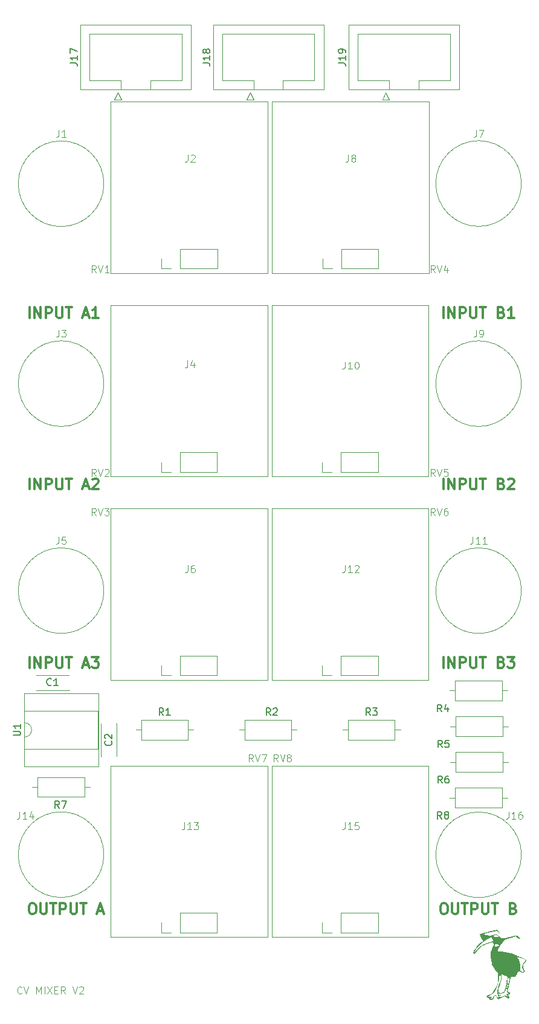
<source format=gbr>
%TF.GenerationSoftware,KiCad,Pcbnew,9.0.6*%
%TF.CreationDate,2026-01-15T14:26:48+11:00*%
%TF.ProjectId,cv-mixer,63762d6d-6978-4657-922e-6b696361645f,rev?*%
%TF.SameCoordinates,Original*%
%TF.FileFunction,Legend,Top*%
%TF.FilePolarity,Positive*%
%FSLAX46Y46*%
G04 Gerber Fmt 4.6, Leading zero omitted, Abs format (unit mm)*
G04 Created by KiCad (PCBNEW 9.0.6) date 2026-01-15 14:26:48*
%MOMM*%
%LPD*%
G01*
G04 APERTURE LIST*
%ADD10C,0.300000*%
%ADD11C,0.100000*%
%ADD12C,0.150000*%
%ADD13C,0.120000*%
%ADD14C,0.000000*%
G04 APERTURE END LIST*
D10*
X33554510Y-104300828D02*
X33554510Y-102800828D01*
X34268796Y-104300828D02*
X34268796Y-102800828D01*
X34268796Y-102800828D02*
X35125939Y-104300828D01*
X35125939Y-104300828D02*
X35125939Y-102800828D01*
X35840225Y-104300828D02*
X35840225Y-102800828D01*
X35840225Y-102800828D02*
X36411654Y-102800828D01*
X36411654Y-102800828D02*
X36554511Y-102872257D01*
X36554511Y-102872257D02*
X36625940Y-102943685D01*
X36625940Y-102943685D02*
X36697368Y-103086542D01*
X36697368Y-103086542D02*
X36697368Y-103300828D01*
X36697368Y-103300828D02*
X36625940Y-103443685D01*
X36625940Y-103443685D02*
X36554511Y-103515114D01*
X36554511Y-103515114D02*
X36411654Y-103586542D01*
X36411654Y-103586542D02*
X35840225Y-103586542D01*
X37340225Y-102800828D02*
X37340225Y-104015114D01*
X37340225Y-104015114D02*
X37411654Y-104157971D01*
X37411654Y-104157971D02*
X37483083Y-104229400D01*
X37483083Y-104229400D02*
X37625940Y-104300828D01*
X37625940Y-104300828D02*
X37911654Y-104300828D01*
X37911654Y-104300828D02*
X38054511Y-104229400D01*
X38054511Y-104229400D02*
X38125940Y-104157971D01*
X38125940Y-104157971D02*
X38197368Y-104015114D01*
X38197368Y-104015114D02*
X38197368Y-102800828D01*
X38697369Y-102800828D02*
X39554512Y-102800828D01*
X39125940Y-104300828D02*
X39125940Y-102800828D01*
X41125940Y-103872257D02*
X41840226Y-103872257D01*
X40983083Y-104300828D02*
X41483083Y-102800828D01*
X41483083Y-102800828D02*
X41983083Y-104300828D01*
X42340225Y-102800828D02*
X43268797Y-102800828D01*
X43268797Y-102800828D02*
X42768797Y-103372257D01*
X42768797Y-103372257D02*
X42983082Y-103372257D01*
X42983082Y-103372257D02*
X43125940Y-103443685D01*
X43125940Y-103443685D02*
X43197368Y-103515114D01*
X43197368Y-103515114D02*
X43268797Y-103657971D01*
X43268797Y-103657971D02*
X43268797Y-104015114D01*
X43268797Y-104015114D02*
X43197368Y-104157971D01*
X43197368Y-104157971D02*
X43125940Y-104229400D01*
X43125940Y-104229400D02*
X42983082Y-104300828D01*
X42983082Y-104300828D02*
X42554511Y-104300828D01*
X42554511Y-104300828D02*
X42411654Y-104229400D01*
X42411654Y-104229400D02*
X42340225Y-104157971D01*
X33554510Y-79300828D02*
X33554510Y-77800828D01*
X34268796Y-79300828D02*
X34268796Y-77800828D01*
X34268796Y-77800828D02*
X35125939Y-79300828D01*
X35125939Y-79300828D02*
X35125939Y-77800828D01*
X35840225Y-79300828D02*
X35840225Y-77800828D01*
X35840225Y-77800828D02*
X36411654Y-77800828D01*
X36411654Y-77800828D02*
X36554511Y-77872257D01*
X36554511Y-77872257D02*
X36625940Y-77943685D01*
X36625940Y-77943685D02*
X36697368Y-78086542D01*
X36697368Y-78086542D02*
X36697368Y-78300828D01*
X36697368Y-78300828D02*
X36625940Y-78443685D01*
X36625940Y-78443685D02*
X36554511Y-78515114D01*
X36554511Y-78515114D02*
X36411654Y-78586542D01*
X36411654Y-78586542D02*
X35840225Y-78586542D01*
X37340225Y-77800828D02*
X37340225Y-79015114D01*
X37340225Y-79015114D02*
X37411654Y-79157971D01*
X37411654Y-79157971D02*
X37483083Y-79229400D01*
X37483083Y-79229400D02*
X37625940Y-79300828D01*
X37625940Y-79300828D02*
X37911654Y-79300828D01*
X37911654Y-79300828D02*
X38054511Y-79229400D01*
X38054511Y-79229400D02*
X38125940Y-79157971D01*
X38125940Y-79157971D02*
X38197368Y-79015114D01*
X38197368Y-79015114D02*
X38197368Y-77800828D01*
X38697369Y-77800828D02*
X39554512Y-77800828D01*
X39125940Y-79300828D02*
X39125940Y-77800828D01*
X41125940Y-78872257D02*
X41840226Y-78872257D01*
X40983083Y-79300828D02*
X41483083Y-77800828D01*
X41483083Y-77800828D02*
X41983083Y-79300828D01*
X42411654Y-77943685D02*
X42483082Y-77872257D01*
X42483082Y-77872257D02*
X42625940Y-77800828D01*
X42625940Y-77800828D02*
X42983082Y-77800828D01*
X42983082Y-77800828D02*
X43125940Y-77872257D01*
X43125940Y-77872257D02*
X43197368Y-77943685D01*
X43197368Y-77943685D02*
X43268797Y-78086542D01*
X43268797Y-78086542D02*
X43268797Y-78229400D01*
X43268797Y-78229400D02*
X43197368Y-78443685D01*
X43197368Y-78443685D02*
X42340225Y-79300828D01*
X42340225Y-79300828D02*
X43268797Y-79300828D01*
D11*
X32476190Y-149862180D02*
X32428571Y-149909800D01*
X32428571Y-149909800D02*
X32285714Y-149957419D01*
X32285714Y-149957419D02*
X32190476Y-149957419D01*
X32190476Y-149957419D02*
X32047619Y-149909800D01*
X32047619Y-149909800D02*
X31952381Y-149814561D01*
X31952381Y-149814561D02*
X31904762Y-149719323D01*
X31904762Y-149719323D02*
X31857143Y-149528847D01*
X31857143Y-149528847D02*
X31857143Y-149385990D01*
X31857143Y-149385990D02*
X31904762Y-149195514D01*
X31904762Y-149195514D02*
X31952381Y-149100276D01*
X31952381Y-149100276D02*
X32047619Y-149005038D01*
X32047619Y-149005038D02*
X32190476Y-148957419D01*
X32190476Y-148957419D02*
X32285714Y-148957419D01*
X32285714Y-148957419D02*
X32428571Y-149005038D01*
X32428571Y-149005038D02*
X32476190Y-149052657D01*
X32761905Y-148957419D02*
X33095238Y-149957419D01*
X33095238Y-149957419D02*
X33428571Y-148957419D01*
X34523810Y-149957419D02*
X34523810Y-148957419D01*
X34523810Y-148957419D02*
X34857143Y-149671704D01*
X34857143Y-149671704D02*
X35190476Y-148957419D01*
X35190476Y-148957419D02*
X35190476Y-149957419D01*
X35666667Y-149957419D02*
X35666667Y-148957419D01*
X36047619Y-148957419D02*
X36714285Y-149957419D01*
X36714285Y-148957419D02*
X36047619Y-149957419D01*
X37095238Y-149433609D02*
X37428571Y-149433609D01*
X37571428Y-149957419D02*
X37095238Y-149957419D01*
X37095238Y-149957419D02*
X37095238Y-148957419D01*
X37095238Y-148957419D02*
X37571428Y-148957419D01*
X38571428Y-149957419D02*
X38238095Y-149481228D01*
X38000000Y-149957419D02*
X38000000Y-148957419D01*
X38000000Y-148957419D02*
X38380952Y-148957419D01*
X38380952Y-148957419D02*
X38476190Y-149005038D01*
X38476190Y-149005038D02*
X38523809Y-149052657D01*
X38523809Y-149052657D02*
X38571428Y-149147895D01*
X38571428Y-149147895D02*
X38571428Y-149290752D01*
X38571428Y-149290752D02*
X38523809Y-149385990D01*
X38523809Y-149385990D02*
X38476190Y-149433609D01*
X38476190Y-149433609D02*
X38380952Y-149481228D01*
X38380952Y-149481228D02*
X38000000Y-149481228D01*
X39619048Y-148957419D02*
X39952381Y-149957419D01*
X39952381Y-149957419D02*
X40285714Y-148957419D01*
X40571429Y-149052657D02*
X40619048Y-149005038D01*
X40619048Y-149005038D02*
X40714286Y-148957419D01*
X40714286Y-148957419D02*
X40952381Y-148957419D01*
X40952381Y-148957419D02*
X41047619Y-149005038D01*
X41047619Y-149005038D02*
X41095238Y-149052657D01*
X41095238Y-149052657D02*
X41142857Y-149147895D01*
X41142857Y-149147895D02*
X41142857Y-149243133D01*
X41142857Y-149243133D02*
X41095238Y-149385990D01*
X41095238Y-149385990D02*
X40523810Y-149957419D01*
X40523810Y-149957419D02*
X41142857Y-149957419D01*
D10*
X33840225Y-137300828D02*
X34125939Y-137300828D01*
X34125939Y-137300828D02*
X34268796Y-137372257D01*
X34268796Y-137372257D02*
X34411653Y-137515114D01*
X34411653Y-137515114D02*
X34483082Y-137800828D01*
X34483082Y-137800828D02*
X34483082Y-138300828D01*
X34483082Y-138300828D02*
X34411653Y-138586542D01*
X34411653Y-138586542D02*
X34268796Y-138729400D01*
X34268796Y-138729400D02*
X34125939Y-138800828D01*
X34125939Y-138800828D02*
X33840225Y-138800828D01*
X33840225Y-138800828D02*
X33697368Y-138729400D01*
X33697368Y-138729400D02*
X33554510Y-138586542D01*
X33554510Y-138586542D02*
X33483082Y-138300828D01*
X33483082Y-138300828D02*
X33483082Y-137800828D01*
X33483082Y-137800828D02*
X33554510Y-137515114D01*
X33554510Y-137515114D02*
X33697368Y-137372257D01*
X33697368Y-137372257D02*
X33840225Y-137300828D01*
X35125939Y-137300828D02*
X35125939Y-138515114D01*
X35125939Y-138515114D02*
X35197368Y-138657971D01*
X35197368Y-138657971D02*
X35268797Y-138729400D01*
X35268797Y-138729400D02*
X35411654Y-138800828D01*
X35411654Y-138800828D02*
X35697368Y-138800828D01*
X35697368Y-138800828D02*
X35840225Y-138729400D01*
X35840225Y-138729400D02*
X35911654Y-138657971D01*
X35911654Y-138657971D02*
X35983082Y-138515114D01*
X35983082Y-138515114D02*
X35983082Y-137300828D01*
X36483083Y-137300828D02*
X37340226Y-137300828D01*
X36911654Y-138800828D02*
X36911654Y-137300828D01*
X37840225Y-138800828D02*
X37840225Y-137300828D01*
X37840225Y-137300828D02*
X38411654Y-137300828D01*
X38411654Y-137300828D02*
X38554511Y-137372257D01*
X38554511Y-137372257D02*
X38625940Y-137443685D01*
X38625940Y-137443685D02*
X38697368Y-137586542D01*
X38697368Y-137586542D02*
X38697368Y-137800828D01*
X38697368Y-137800828D02*
X38625940Y-137943685D01*
X38625940Y-137943685D02*
X38554511Y-138015114D01*
X38554511Y-138015114D02*
X38411654Y-138086542D01*
X38411654Y-138086542D02*
X37840225Y-138086542D01*
X39340225Y-137300828D02*
X39340225Y-138515114D01*
X39340225Y-138515114D02*
X39411654Y-138657971D01*
X39411654Y-138657971D02*
X39483083Y-138729400D01*
X39483083Y-138729400D02*
X39625940Y-138800828D01*
X39625940Y-138800828D02*
X39911654Y-138800828D01*
X39911654Y-138800828D02*
X40054511Y-138729400D01*
X40054511Y-138729400D02*
X40125940Y-138657971D01*
X40125940Y-138657971D02*
X40197368Y-138515114D01*
X40197368Y-138515114D02*
X40197368Y-137300828D01*
X40697369Y-137300828D02*
X41554512Y-137300828D01*
X41125940Y-138800828D02*
X41125940Y-137300828D01*
X43125940Y-138372257D02*
X43840226Y-138372257D01*
X42983083Y-138800828D02*
X43483083Y-137300828D01*
X43483083Y-137300828D02*
X43983083Y-138800828D01*
X91554510Y-55300828D02*
X91554510Y-53800828D01*
X92268796Y-55300828D02*
X92268796Y-53800828D01*
X92268796Y-53800828D02*
X93125939Y-55300828D01*
X93125939Y-55300828D02*
X93125939Y-53800828D01*
X93840225Y-55300828D02*
X93840225Y-53800828D01*
X93840225Y-53800828D02*
X94411654Y-53800828D01*
X94411654Y-53800828D02*
X94554511Y-53872257D01*
X94554511Y-53872257D02*
X94625940Y-53943685D01*
X94625940Y-53943685D02*
X94697368Y-54086542D01*
X94697368Y-54086542D02*
X94697368Y-54300828D01*
X94697368Y-54300828D02*
X94625940Y-54443685D01*
X94625940Y-54443685D02*
X94554511Y-54515114D01*
X94554511Y-54515114D02*
X94411654Y-54586542D01*
X94411654Y-54586542D02*
X93840225Y-54586542D01*
X95340225Y-53800828D02*
X95340225Y-55015114D01*
X95340225Y-55015114D02*
X95411654Y-55157971D01*
X95411654Y-55157971D02*
X95483083Y-55229400D01*
X95483083Y-55229400D02*
X95625940Y-55300828D01*
X95625940Y-55300828D02*
X95911654Y-55300828D01*
X95911654Y-55300828D02*
X96054511Y-55229400D01*
X96054511Y-55229400D02*
X96125940Y-55157971D01*
X96125940Y-55157971D02*
X96197368Y-55015114D01*
X96197368Y-55015114D02*
X96197368Y-53800828D01*
X96697369Y-53800828D02*
X97554512Y-53800828D01*
X97125940Y-55300828D02*
X97125940Y-53800828D01*
X99697368Y-54515114D02*
X99911654Y-54586542D01*
X99911654Y-54586542D02*
X99983083Y-54657971D01*
X99983083Y-54657971D02*
X100054511Y-54800828D01*
X100054511Y-54800828D02*
X100054511Y-55015114D01*
X100054511Y-55015114D02*
X99983083Y-55157971D01*
X99983083Y-55157971D02*
X99911654Y-55229400D01*
X99911654Y-55229400D02*
X99768797Y-55300828D01*
X99768797Y-55300828D02*
X99197368Y-55300828D01*
X99197368Y-55300828D02*
X99197368Y-53800828D01*
X99197368Y-53800828D02*
X99697368Y-53800828D01*
X99697368Y-53800828D02*
X99840226Y-53872257D01*
X99840226Y-53872257D02*
X99911654Y-53943685D01*
X99911654Y-53943685D02*
X99983083Y-54086542D01*
X99983083Y-54086542D02*
X99983083Y-54229400D01*
X99983083Y-54229400D02*
X99911654Y-54372257D01*
X99911654Y-54372257D02*
X99840226Y-54443685D01*
X99840226Y-54443685D02*
X99697368Y-54515114D01*
X99697368Y-54515114D02*
X99197368Y-54515114D01*
X101483083Y-55300828D02*
X100625940Y-55300828D01*
X101054511Y-55300828D02*
X101054511Y-53800828D01*
X101054511Y-53800828D02*
X100911654Y-54015114D01*
X100911654Y-54015114D02*
X100768797Y-54157971D01*
X100768797Y-54157971D02*
X100625940Y-54229400D01*
X91500225Y-137300828D02*
X91785939Y-137300828D01*
X91785939Y-137300828D02*
X91928796Y-137372257D01*
X91928796Y-137372257D02*
X92071653Y-137515114D01*
X92071653Y-137515114D02*
X92143082Y-137800828D01*
X92143082Y-137800828D02*
X92143082Y-138300828D01*
X92143082Y-138300828D02*
X92071653Y-138586542D01*
X92071653Y-138586542D02*
X91928796Y-138729400D01*
X91928796Y-138729400D02*
X91785939Y-138800828D01*
X91785939Y-138800828D02*
X91500225Y-138800828D01*
X91500225Y-138800828D02*
X91357368Y-138729400D01*
X91357368Y-138729400D02*
X91214510Y-138586542D01*
X91214510Y-138586542D02*
X91143082Y-138300828D01*
X91143082Y-138300828D02*
X91143082Y-137800828D01*
X91143082Y-137800828D02*
X91214510Y-137515114D01*
X91214510Y-137515114D02*
X91357368Y-137372257D01*
X91357368Y-137372257D02*
X91500225Y-137300828D01*
X92785939Y-137300828D02*
X92785939Y-138515114D01*
X92785939Y-138515114D02*
X92857368Y-138657971D01*
X92857368Y-138657971D02*
X92928797Y-138729400D01*
X92928797Y-138729400D02*
X93071654Y-138800828D01*
X93071654Y-138800828D02*
X93357368Y-138800828D01*
X93357368Y-138800828D02*
X93500225Y-138729400D01*
X93500225Y-138729400D02*
X93571654Y-138657971D01*
X93571654Y-138657971D02*
X93643082Y-138515114D01*
X93643082Y-138515114D02*
X93643082Y-137300828D01*
X94143083Y-137300828D02*
X95000226Y-137300828D01*
X94571654Y-138800828D02*
X94571654Y-137300828D01*
X95500225Y-138800828D02*
X95500225Y-137300828D01*
X95500225Y-137300828D02*
X96071654Y-137300828D01*
X96071654Y-137300828D02*
X96214511Y-137372257D01*
X96214511Y-137372257D02*
X96285940Y-137443685D01*
X96285940Y-137443685D02*
X96357368Y-137586542D01*
X96357368Y-137586542D02*
X96357368Y-137800828D01*
X96357368Y-137800828D02*
X96285940Y-137943685D01*
X96285940Y-137943685D02*
X96214511Y-138015114D01*
X96214511Y-138015114D02*
X96071654Y-138086542D01*
X96071654Y-138086542D02*
X95500225Y-138086542D01*
X97000225Y-137300828D02*
X97000225Y-138515114D01*
X97000225Y-138515114D02*
X97071654Y-138657971D01*
X97071654Y-138657971D02*
X97143083Y-138729400D01*
X97143083Y-138729400D02*
X97285940Y-138800828D01*
X97285940Y-138800828D02*
X97571654Y-138800828D01*
X97571654Y-138800828D02*
X97714511Y-138729400D01*
X97714511Y-138729400D02*
X97785940Y-138657971D01*
X97785940Y-138657971D02*
X97857368Y-138515114D01*
X97857368Y-138515114D02*
X97857368Y-137300828D01*
X98357369Y-137300828D02*
X99214512Y-137300828D01*
X98785940Y-138800828D02*
X98785940Y-137300828D01*
X101357368Y-138015114D02*
X101571654Y-138086542D01*
X101571654Y-138086542D02*
X101643083Y-138157971D01*
X101643083Y-138157971D02*
X101714511Y-138300828D01*
X101714511Y-138300828D02*
X101714511Y-138515114D01*
X101714511Y-138515114D02*
X101643083Y-138657971D01*
X101643083Y-138657971D02*
X101571654Y-138729400D01*
X101571654Y-138729400D02*
X101428797Y-138800828D01*
X101428797Y-138800828D02*
X100857368Y-138800828D01*
X100857368Y-138800828D02*
X100857368Y-137300828D01*
X100857368Y-137300828D02*
X101357368Y-137300828D01*
X101357368Y-137300828D02*
X101500226Y-137372257D01*
X101500226Y-137372257D02*
X101571654Y-137443685D01*
X101571654Y-137443685D02*
X101643083Y-137586542D01*
X101643083Y-137586542D02*
X101643083Y-137729400D01*
X101643083Y-137729400D02*
X101571654Y-137872257D01*
X101571654Y-137872257D02*
X101500226Y-137943685D01*
X101500226Y-137943685D02*
X101357368Y-138015114D01*
X101357368Y-138015114D02*
X100857368Y-138015114D01*
X91554510Y-104300828D02*
X91554510Y-102800828D01*
X92268796Y-104300828D02*
X92268796Y-102800828D01*
X92268796Y-102800828D02*
X93125939Y-104300828D01*
X93125939Y-104300828D02*
X93125939Y-102800828D01*
X93840225Y-104300828D02*
X93840225Y-102800828D01*
X93840225Y-102800828D02*
X94411654Y-102800828D01*
X94411654Y-102800828D02*
X94554511Y-102872257D01*
X94554511Y-102872257D02*
X94625940Y-102943685D01*
X94625940Y-102943685D02*
X94697368Y-103086542D01*
X94697368Y-103086542D02*
X94697368Y-103300828D01*
X94697368Y-103300828D02*
X94625940Y-103443685D01*
X94625940Y-103443685D02*
X94554511Y-103515114D01*
X94554511Y-103515114D02*
X94411654Y-103586542D01*
X94411654Y-103586542D02*
X93840225Y-103586542D01*
X95340225Y-102800828D02*
X95340225Y-104015114D01*
X95340225Y-104015114D02*
X95411654Y-104157971D01*
X95411654Y-104157971D02*
X95483083Y-104229400D01*
X95483083Y-104229400D02*
X95625940Y-104300828D01*
X95625940Y-104300828D02*
X95911654Y-104300828D01*
X95911654Y-104300828D02*
X96054511Y-104229400D01*
X96054511Y-104229400D02*
X96125940Y-104157971D01*
X96125940Y-104157971D02*
X96197368Y-104015114D01*
X96197368Y-104015114D02*
X96197368Y-102800828D01*
X96697369Y-102800828D02*
X97554512Y-102800828D01*
X97125940Y-104300828D02*
X97125940Y-102800828D01*
X99697368Y-103515114D02*
X99911654Y-103586542D01*
X99911654Y-103586542D02*
X99983083Y-103657971D01*
X99983083Y-103657971D02*
X100054511Y-103800828D01*
X100054511Y-103800828D02*
X100054511Y-104015114D01*
X100054511Y-104015114D02*
X99983083Y-104157971D01*
X99983083Y-104157971D02*
X99911654Y-104229400D01*
X99911654Y-104229400D02*
X99768797Y-104300828D01*
X99768797Y-104300828D02*
X99197368Y-104300828D01*
X99197368Y-104300828D02*
X99197368Y-102800828D01*
X99197368Y-102800828D02*
X99697368Y-102800828D01*
X99697368Y-102800828D02*
X99840226Y-102872257D01*
X99840226Y-102872257D02*
X99911654Y-102943685D01*
X99911654Y-102943685D02*
X99983083Y-103086542D01*
X99983083Y-103086542D02*
X99983083Y-103229400D01*
X99983083Y-103229400D02*
X99911654Y-103372257D01*
X99911654Y-103372257D02*
X99840226Y-103443685D01*
X99840226Y-103443685D02*
X99697368Y-103515114D01*
X99697368Y-103515114D02*
X99197368Y-103515114D01*
X100554511Y-102800828D02*
X101483083Y-102800828D01*
X101483083Y-102800828D02*
X100983083Y-103372257D01*
X100983083Y-103372257D02*
X101197368Y-103372257D01*
X101197368Y-103372257D02*
X101340226Y-103443685D01*
X101340226Y-103443685D02*
X101411654Y-103515114D01*
X101411654Y-103515114D02*
X101483083Y-103657971D01*
X101483083Y-103657971D02*
X101483083Y-104015114D01*
X101483083Y-104015114D02*
X101411654Y-104157971D01*
X101411654Y-104157971D02*
X101340226Y-104229400D01*
X101340226Y-104229400D02*
X101197368Y-104300828D01*
X101197368Y-104300828D02*
X100768797Y-104300828D01*
X100768797Y-104300828D02*
X100625940Y-104229400D01*
X100625940Y-104229400D02*
X100554511Y-104157971D01*
X91554510Y-79300828D02*
X91554510Y-77800828D01*
X92268796Y-79300828D02*
X92268796Y-77800828D01*
X92268796Y-77800828D02*
X93125939Y-79300828D01*
X93125939Y-79300828D02*
X93125939Y-77800828D01*
X93840225Y-79300828D02*
X93840225Y-77800828D01*
X93840225Y-77800828D02*
X94411654Y-77800828D01*
X94411654Y-77800828D02*
X94554511Y-77872257D01*
X94554511Y-77872257D02*
X94625940Y-77943685D01*
X94625940Y-77943685D02*
X94697368Y-78086542D01*
X94697368Y-78086542D02*
X94697368Y-78300828D01*
X94697368Y-78300828D02*
X94625940Y-78443685D01*
X94625940Y-78443685D02*
X94554511Y-78515114D01*
X94554511Y-78515114D02*
X94411654Y-78586542D01*
X94411654Y-78586542D02*
X93840225Y-78586542D01*
X95340225Y-77800828D02*
X95340225Y-79015114D01*
X95340225Y-79015114D02*
X95411654Y-79157971D01*
X95411654Y-79157971D02*
X95483083Y-79229400D01*
X95483083Y-79229400D02*
X95625940Y-79300828D01*
X95625940Y-79300828D02*
X95911654Y-79300828D01*
X95911654Y-79300828D02*
X96054511Y-79229400D01*
X96054511Y-79229400D02*
X96125940Y-79157971D01*
X96125940Y-79157971D02*
X96197368Y-79015114D01*
X96197368Y-79015114D02*
X96197368Y-77800828D01*
X96697369Y-77800828D02*
X97554512Y-77800828D01*
X97125940Y-79300828D02*
X97125940Y-77800828D01*
X99697368Y-78515114D02*
X99911654Y-78586542D01*
X99911654Y-78586542D02*
X99983083Y-78657971D01*
X99983083Y-78657971D02*
X100054511Y-78800828D01*
X100054511Y-78800828D02*
X100054511Y-79015114D01*
X100054511Y-79015114D02*
X99983083Y-79157971D01*
X99983083Y-79157971D02*
X99911654Y-79229400D01*
X99911654Y-79229400D02*
X99768797Y-79300828D01*
X99768797Y-79300828D02*
X99197368Y-79300828D01*
X99197368Y-79300828D02*
X99197368Y-77800828D01*
X99197368Y-77800828D02*
X99697368Y-77800828D01*
X99697368Y-77800828D02*
X99840226Y-77872257D01*
X99840226Y-77872257D02*
X99911654Y-77943685D01*
X99911654Y-77943685D02*
X99983083Y-78086542D01*
X99983083Y-78086542D02*
X99983083Y-78229400D01*
X99983083Y-78229400D02*
X99911654Y-78372257D01*
X99911654Y-78372257D02*
X99840226Y-78443685D01*
X99840226Y-78443685D02*
X99697368Y-78515114D01*
X99697368Y-78515114D02*
X99197368Y-78515114D01*
X100625940Y-77943685D02*
X100697368Y-77872257D01*
X100697368Y-77872257D02*
X100840226Y-77800828D01*
X100840226Y-77800828D02*
X101197368Y-77800828D01*
X101197368Y-77800828D02*
X101340226Y-77872257D01*
X101340226Y-77872257D02*
X101411654Y-77943685D01*
X101411654Y-77943685D02*
X101483083Y-78086542D01*
X101483083Y-78086542D02*
X101483083Y-78229400D01*
X101483083Y-78229400D02*
X101411654Y-78443685D01*
X101411654Y-78443685D02*
X100554511Y-79300828D01*
X100554511Y-79300828D02*
X101483083Y-79300828D01*
X33554510Y-55300828D02*
X33554510Y-53800828D01*
X34268796Y-55300828D02*
X34268796Y-53800828D01*
X34268796Y-53800828D02*
X35125939Y-55300828D01*
X35125939Y-55300828D02*
X35125939Y-53800828D01*
X35840225Y-55300828D02*
X35840225Y-53800828D01*
X35840225Y-53800828D02*
X36411654Y-53800828D01*
X36411654Y-53800828D02*
X36554511Y-53872257D01*
X36554511Y-53872257D02*
X36625940Y-53943685D01*
X36625940Y-53943685D02*
X36697368Y-54086542D01*
X36697368Y-54086542D02*
X36697368Y-54300828D01*
X36697368Y-54300828D02*
X36625940Y-54443685D01*
X36625940Y-54443685D02*
X36554511Y-54515114D01*
X36554511Y-54515114D02*
X36411654Y-54586542D01*
X36411654Y-54586542D02*
X35840225Y-54586542D01*
X37340225Y-53800828D02*
X37340225Y-55015114D01*
X37340225Y-55015114D02*
X37411654Y-55157971D01*
X37411654Y-55157971D02*
X37483083Y-55229400D01*
X37483083Y-55229400D02*
X37625940Y-55300828D01*
X37625940Y-55300828D02*
X37911654Y-55300828D01*
X37911654Y-55300828D02*
X38054511Y-55229400D01*
X38054511Y-55229400D02*
X38125940Y-55157971D01*
X38125940Y-55157971D02*
X38197368Y-55015114D01*
X38197368Y-55015114D02*
X38197368Y-53800828D01*
X38697369Y-53800828D02*
X39554512Y-53800828D01*
X39125940Y-55300828D02*
X39125940Y-53800828D01*
X41125940Y-54872257D02*
X41840226Y-54872257D01*
X40983083Y-55300828D02*
X41483083Y-53800828D01*
X41483083Y-53800828D02*
X41983083Y-55300828D01*
X43268797Y-55300828D02*
X42411654Y-55300828D01*
X42840225Y-55300828D02*
X42840225Y-53800828D01*
X42840225Y-53800828D02*
X42697368Y-54015114D01*
X42697368Y-54015114D02*
X42554511Y-54157971D01*
X42554511Y-54157971D02*
X42411654Y-54229400D01*
D12*
X76854819Y-19579523D02*
X77569104Y-19579523D01*
X77569104Y-19579523D02*
X77711961Y-19627142D01*
X77711961Y-19627142D02*
X77807200Y-19722380D01*
X77807200Y-19722380D02*
X77854819Y-19865237D01*
X77854819Y-19865237D02*
X77854819Y-19960475D01*
X77854819Y-18579523D02*
X77854819Y-19150951D01*
X77854819Y-18865237D02*
X76854819Y-18865237D01*
X76854819Y-18865237D02*
X76997676Y-18960475D01*
X76997676Y-18960475D02*
X77092914Y-19055713D01*
X77092914Y-19055713D02*
X77140533Y-19150951D01*
X77854819Y-18103332D02*
X77854819Y-17912856D01*
X77854819Y-17912856D02*
X77807200Y-17817618D01*
X77807200Y-17817618D02*
X77759580Y-17769999D01*
X77759580Y-17769999D02*
X77616723Y-17674761D01*
X77616723Y-17674761D02*
X77426247Y-17627142D01*
X77426247Y-17627142D02*
X77045295Y-17627142D01*
X77045295Y-17627142D02*
X76950057Y-17674761D01*
X76950057Y-17674761D02*
X76902438Y-17722380D01*
X76902438Y-17722380D02*
X76854819Y-17817618D01*
X76854819Y-17817618D02*
X76854819Y-18008094D01*
X76854819Y-18008094D02*
X76902438Y-18103332D01*
X76902438Y-18103332D02*
X76950057Y-18150951D01*
X76950057Y-18150951D02*
X77045295Y-18198570D01*
X77045295Y-18198570D02*
X77283390Y-18198570D01*
X77283390Y-18198570D02*
X77378628Y-18150951D01*
X77378628Y-18150951D02*
X77426247Y-18103332D01*
X77426247Y-18103332D02*
X77473866Y-18008094D01*
X77473866Y-18008094D02*
X77473866Y-17817618D01*
X77473866Y-17817618D02*
X77426247Y-17722380D01*
X77426247Y-17722380D02*
X77378628Y-17674761D01*
X77378628Y-17674761D02*
X77283390Y-17627142D01*
X91413333Y-120454819D02*
X91080000Y-119978628D01*
X90841905Y-120454819D02*
X90841905Y-119454819D01*
X90841905Y-119454819D02*
X91222857Y-119454819D01*
X91222857Y-119454819D02*
X91318095Y-119502438D01*
X91318095Y-119502438D02*
X91365714Y-119550057D01*
X91365714Y-119550057D02*
X91413333Y-119645295D01*
X91413333Y-119645295D02*
X91413333Y-119788152D01*
X91413333Y-119788152D02*
X91365714Y-119883390D01*
X91365714Y-119883390D02*
X91318095Y-119931009D01*
X91318095Y-119931009D02*
X91222857Y-119978628D01*
X91222857Y-119978628D02*
X90841905Y-119978628D01*
X92270476Y-119454819D02*
X92080000Y-119454819D01*
X92080000Y-119454819D02*
X91984762Y-119502438D01*
X91984762Y-119502438D02*
X91937143Y-119550057D01*
X91937143Y-119550057D02*
X91841905Y-119692914D01*
X91841905Y-119692914D02*
X91794286Y-119883390D01*
X91794286Y-119883390D02*
X91794286Y-120264342D01*
X91794286Y-120264342D02*
X91841905Y-120359580D01*
X91841905Y-120359580D02*
X91889524Y-120407200D01*
X91889524Y-120407200D02*
X91984762Y-120454819D01*
X91984762Y-120454819D02*
X92175238Y-120454819D01*
X92175238Y-120454819D02*
X92270476Y-120407200D01*
X92270476Y-120407200D02*
X92318095Y-120359580D01*
X92318095Y-120359580D02*
X92365714Y-120264342D01*
X92365714Y-120264342D02*
X92365714Y-120026247D01*
X92365714Y-120026247D02*
X92318095Y-119931009D01*
X92318095Y-119931009D02*
X92270476Y-119883390D01*
X92270476Y-119883390D02*
X92175238Y-119835771D01*
X92175238Y-119835771D02*
X91984762Y-119835771D01*
X91984762Y-119835771D02*
X91889524Y-119883390D01*
X91889524Y-119883390D02*
X91841905Y-119931009D01*
X91841905Y-119931009D02*
X91794286Y-120026247D01*
D11*
X55746666Y-32457419D02*
X55746666Y-33171704D01*
X55746666Y-33171704D02*
X55699047Y-33314561D01*
X55699047Y-33314561D02*
X55603809Y-33409800D01*
X55603809Y-33409800D02*
X55460952Y-33457419D01*
X55460952Y-33457419D02*
X55365714Y-33457419D01*
X56175238Y-32552657D02*
X56222857Y-32505038D01*
X56222857Y-32505038D02*
X56318095Y-32457419D01*
X56318095Y-32457419D02*
X56556190Y-32457419D01*
X56556190Y-32457419D02*
X56651428Y-32505038D01*
X56651428Y-32505038D02*
X56699047Y-32552657D01*
X56699047Y-32552657D02*
X56746666Y-32647895D01*
X56746666Y-32647895D02*
X56746666Y-32743133D01*
X56746666Y-32743133D02*
X56699047Y-32885990D01*
X56699047Y-32885990D02*
X56127619Y-33457419D01*
X56127619Y-33457419D02*
X56746666Y-33457419D01*
X37666666Y-56957419D02*
X37666666Y-57671704D01*
X37666666Y-57671704D02*
X37619047Y-57814561D01*
X37619047Y-57814561D02*
X37523809Y-57909800D01*
X37523809Y-57909800D02*
X37380952Y-57957419D01*
X37380952Y-57957419D02*
X37285714Y-57957419D01*
X38047619Y-56957419D02*
X38666666Y-56957419D01*
X38666666Y-56957419D02*
X38333333Y-57338371D01*
X38333333Y-57338371D02*
X38476190Y-57338371D01*
X38476190Y-57338371D02*
X38571428Y-57385990D01*
X38571428Y-57385990D02*
X38619047Y-57433609D01*
X38619047Y-57433609D02*
X38666666Y-57528847D01*
X38666666Y-57528847D02*
X38666666Y-57766942D01*
X38666666Y-57766942D02*
X38619047Y-57862180D01*
X38619047Y-57862180D02*
X38571428Y-57909800D01*
X38571428Y-57909800D02*
X38476190Y-57957419D01*
X38476190Y-57957419D02*
X38190476Y-57957419D01*
X38190476Y-57957419D02*
X38095238Y-57909800D01*
X38095238Y-57909800D02*
X38047619Y-57862180D01*
X77770476Y-61457419D02*
X77770476Y-62171704D01*
X77770476Y-62171704D02*
X77722857Y-62314561D01*
X77722857Y-62314561D02*
X77627619Y-62409800D01*
X77627619Y-62409800D02*
X77484762Y-62457419D01*
X77484762Y-62457419D02*
X77389524Y-62457419D01*
X78770476Y-62457419D02*
X78199048Y-62457419D01*
X78484762Y-62457419D02*
X78484762Y-61457419D01*
X78484762Y-61457419D02*
X78389524Y-61600276D01*
X78389524Y-61600276D02*
X78294286Y-61695514D01*
X78294286Y-61695514D02*
X78199048Y-61743133D01*
X79389524Y-61457419D02*
X79484762Y-61457419D01*
X79484762Y-61457419D02*
X79580000Y-61505038D01*
X79580000Y-61505038D02*
X79627619Y-61552657D01*
X79627619Y-61552657D02*
X79675238Y-61647895D01*
X79675238Y-61647895D02*
X79722857Y-61838371D01*
X79722857Y-61838371D02*
X79722857Y-62076466D01*
X79722857Y-62076466D02*
X79675238Y-62266942D01*
X79675238Y-62266942D02*
X79627619Y-62362180D01*
X79627619Y-62362180D02*
X79580000Y-62409800D01*
X79580000Y-62409800D02*
X79484762Y-62457419D01*
X79484762Y-62457419D02*
X79389524Y-62457419D01*
X79389524Y-62457419D02*
X79294286Y-62409800D01*
X79294286Y-62409800D02*
X79246667Y-62362180D01*
X79246667Y-62362180D02*
X79199048Y-62266942D01*
X79199048Y-62266942D02*
X79151429Y-62076466D01*
X79151429Y-62076466D02*
X79151429Y-61838371D01*
X79151429Y-61838371D02*
X79199048Y-61647895D01*
X79199048Y-61647895D02*
X79246667Y-61552657D01*
X79246667Y-61552657D02*
X79294286Y-61505038D01*
X79294286Y-61505038D02*
X79389524Y-61457419D01*
X37666666Y-28957419D02*
X37666666Y-29671704D01*
X37666666Y-29671704D02*
X37619047Y-29814561D01*
X37619047Y-29814561D02*
X37523809Y-29909800D01*
X37523809Y-29909800D02*
X37380952Y-29957419D01*
X37380952Y-29957419D02*
X37285714Y-29957419D01*
X38666666Y-29957419D02*
X38095238Y-29957419D01*
X38380952Y-29957419D02*
X38380952Y-28957419D01*
X38380952Y-28957419D02*
X38285714Y-29100276D01*
X38285714Y-29100276D02*
X38190476Y-29195514D01*
X38190476Y-29195514D02*
X38095238Y-29243133D01*
D12*
X67333333Y-110954819D02*
X67000000Y-110478628D01*
X66761905Y-110954819D02*
X66761905Y-109954819D01*
X66761905Y-109954819D02*
X67142857Y-109954819D01*
X67142857Y-109954819D02*
X67238095Y-110002438D01*
X67238095Y-110002438D02*
X67285714Y-110050057D01*
X67285714Y-110050057D02*
X67333333Y-110145295D01*
X67333333Y-110145295D02*
X67333333Y-110288152D01*
X67333333Y-110288152D02*
X67285714Y-110383390D01*
X67285714Y-110383390D02*
X67238095Y-110431009D01*
X67238095Y-110431009D02*
X67142857Y-110478628D01*
X67142857Y-110478628D02*
X66761905Y-110478628D01*
X67714286Y-110050057D02*
X67761905Y-110002438D01*
X67761905Y-110002438D02*
X67857143Y-109954819D01*
X67857143Y-109954819D02*
X68095238Y-109954819D01*
X68095238Y-109954819D02*
X68190476Y-110002438D01*
X68190476Y-110002438D02*
X68238095Y-110050057D01*
X68238095Y-110050057D02*
X68285714Y-110145295D01*
X68285714Y-110145295D02*
X68285714Y-110240533D01*
X68285714Y-110240533D02*
X68238095Y-110383390D01*
X68238095Y-110383390D02*
X67666667Y-110954819D01*
X67666667Y-110954819D02*
X68285714Y-110954819D01*
X39274819Y-19579523D02*
X39989104Y-19579523D01*
X39989104Y-19579523D02*
X40131961Y-19627142D01*
X40131961Y-19627142D02*
X40227200Y-19722380D01*
X40227200Y-19722380D02*
X40274819Y-19865237D01*
X40274819Y-19865237D02*
X40274819Y-19960475D01*
X40274819Y-18579523D02*
X40274819Y-19150951D01*
X40274819Y-18865237D02*
X39274819Y-18865237D01*
X39274819Y-18865237D02*
X39417676Y-18960475D01*
X39417676Y-18960475D02*
X39512914Y-19055713D01*
X39512914Y-19055713D02*
X39560533Y-19150951D01*
X39274819Y-18246189D02*
X39274819Y-17579523D01*
X39274819Y-17579523D02*
X40274819Y-18008094D01*
D11*
X55746666Y-89957419D02*
X55746666Y-90671704D01*
X55746666Y-90671704D02*
X55699047Y-90814561D01*
X55699047Y-90814561D02*
X55603809Y-90909800D01*
X55603809Y-90909800D02*
X55460952Y-90957419D01*
X55460952Y-90957419D02*
X55365714Y-90957419D01*
X56651428Y-89957419D02*
X56460952Y-89957419D01*
X56460952Y-89957419D02*
X56365714Y-90005038D01*
X56365714Y-90005038D02*
X56318095Y-90052657D01*
X56318095Y-90052657D02*
X56222857Y-90195514D01*
X56222857Y-90195514D02*
X56175238Y-90385990D01*
X56175238Y-90385990D02*
X56175238Y-90766942D01*
X56175238Y-90766942D02*
X56222857Y-90862180D01*
X56222857Y-90862180D02*
X56270476Y-90909800D01*
X56270476Y-90909800D02*
X56365714Y-90957419D01*
X56365714Y-90957419D02*
X56556190Y-90957419D01*
X56556190Y-90957419D02*
X56651428Y-90909800D01*
X56651428Y-90909800D02*
X56699047Y-90862180D01*
X56699047Y-90862180D02*
X56746666Y-90766942D01*
X56746666Y-90766942D02*
X56746666Y-90528847D01*
X56746666Y-90528847D02*
X56699047Y-90433609D01*
X56699047Y-90433609D02*
X56651428Y-90385990D01*
X56651428Y-90385990D02*
X56556190Y-90338371D01*
X56556190Y-90338371D02*
X56365714Y-90338371D01*
X56365714Y-90338371D02*
X56270476Y-90385990D01*
X56270476Y-90385990D02*
X56222857Y-90433609D01*
X56222857Y-90433609D02*
X56175238Y-90528847D01*
X32190476Y-124457419D02*
X32190476Y-125171704D01*
X32190476Y-125171704D02*
X32142857Y-125314561D01*
X32142857Y-125314561D02*
X32047619Y-125409800D01*
X32047619Y-125409800D02*
X31904762Y-125457419D01*
X31904762Y-125457419D02*
X31809524Y-125457419D01*
X33190476Y-125457419D02*
X32619048Y-125457419D01*
X32904762Y-125457419D02*
X32904762Y-124457419D01*
X32904762Y-124457419D02*
X32809524Y-124600276D01*
X32809524Y-124600276D02*
X32714286Y-124695514D01*
X32714286Y-124695514D02*
X32619048Y-124743133D01*
X34047619Y-124790752D02*
X34047619Y-125457419D01*
X33809524Y-124409800D02*
X33571429Y-125124085D01*
X33571429Y-125124085D02*
X34190476Y-125124085D01*
D12*
X31314819Y-113761904D02*
X32124342Y-113761904D01*
X32124342Y-113761904D02*
X32219580Y-113714285D01*
X32219580Y-113714285D02*
X32267200Y-113666666D01*
X32267200Y-113666666D02*
X32314819Y-113571428D01*
X32314819Y-113571428D02*
X32314819Y-113380952D01*
X32314819Y-113380952D02*
X32267200Y-113285714D01*
X32267200Y-113285714D02*
X32219580Y-113238095D01*
X32219580Y-113238095D02*
X32124342Y-113190476D01*
X32124342Y-113190476D02*
X31314819Y-113190476D01*
X32314819Y-112190476D02*
X32314819Y-112761904D01*
X32314819Y-112476190D02*
X31314819Y-112476190D01*
X31314819Y-112476190D02*
X31457676Y-112571428D01*
X31457676Y-112571428D02*
X31552914Y-112666666D01*
X31552914Y-112666666D02*
X31600533Y-112761904D01*
D11*
X96166666Y-56957419D02*
X96166666Y-57671704D01*
X96166666Y-57671704D02*
X96119047Y-57814561D01*
X96119047Y-57814561D02*
X96023809Y-57909800D01*
X96023809Y-57909800D02*
X95880952Y-57957419D01*
X95880952Y-57957419D02*
X95785714Y-57957419D01*
X96690476Y-57957419D02*
X96880952Y-57957419D01*
X96880952Y-57957419D02*
X96976190Y-57909800D01*
X96976190Y-57909800D02*
X97023809Y-57862180D01*
X97023809Y-57862180D02*
X97119047Y-57719323D01*
X97119047Y-57719323D02*
X97166666Y-57528847D01*
X97166666Y-57528847D02*
X97166666Y-57147895D01*
X97166666Y-57147895D02*
X97119047Y-57052657D01*
X97119047Y-57052657D02*
X97071428Y-57005038D01*
X97071428Y-57005038D02*
X96976190Y-56957419D01*
X96976190Y-56957419D02*
X96785714Y-56957419D01*
X96785714Y-56957419D02*
X96690476Y-57005038D01*
X96690476Y-57005038D02*
X96642857Y-57052657D01*
X96642857Y-57052657D02*
X96595238Y-57147895D01*
X96595238Y-57147895D02*
X96595238Y-57385990D01*
X96595238Y-57385990D02*
X96642857Y-57481228D01*
X96642857Y-57481228D02*
X96690476Y-57528847D01*
X96690476Y-57528847D02*
X96785714Y-57576466D01*
X96785714Y-57576466D02*
X96976190Y-57576466D01*
X96976190Y-57576466D02*
X97071428Y-57528847D01*
X97071428Y-57528847D02*
X97119047Y-57481228D01*
X97119047Y-57481228D02*
X97166666Y-57385990D01*
X78246666Y-32457419D02*
X78246666Y-33171704D01*
X78246666Y-33171704D02*
X78199047Y-33314561D01*
X78199047Y-33314561D02*
X78103809Y-33409800D01*
X78103809Y-33409800D02*
X77960952Y-33457419D01*
X77960952Y-33457419D02*
X77865714Y-33457419D01*
X78865714Y-32885990D02*
X78770476Y-32838371D01*
X78770476Y-32838371D02*
X78722857Y-32790752D01*
X78722857Y-32790752D02*
X78675238Y-32695514D01*
X78675238Y-32695514D02*
X78675238Y-32647895D01*
X78675238Y-32647895D02*
X78722857Y-32552657D01*
X78722857Y-32552657D02*
X78770476Y-32505038D01*
X78770476Y-32505038D02*
X78865714Y-32457419D01*
X78865714Y-32457419D02*
X79056190Y-32457419D01*
X79056190Y-32457419D02*
X79151428Y-32505038D01*
X79151428Y-32505038D02*
X79199047Y-32552657D01*
X79199047Y-32552657D02*
X79246666Y-32647895D01*
X79246666Y-32647895D02*
X79246666Y-32695514D01*
X79246666Y-32695514D02*
X79199047Y-32790752D01*
X79199047Y-32790752D02*
X79151428Y-32838371D01*
X79151428Y-32838371D02*
X79056190Y-32885990D01*
X79056190Y-32885990D02*
X78865714Y-32885990D01*
X78865714Y-32885990D02*
X78770476Y-32933609D01*
X78770476Y-32933609D02*
X78722857Y-32981228D01*
X78722857Y-32981228D02*
X78675238Y-33076466D01*
X78675238Y-33076466D02*
X78675238Y-33266942D01*
X78675238Y-33266942D02*
X78722857Y-33362180D01*
X78722857Y-33362180D02*
X78770476Y-33409800D01*
X78770476Y-33409800D02*
X78865714Y-33457419D01*
X78865714Y-33457419D02*
X79056190Y-33457419D01*
X79056190Y-33457419D02*
X79151428Y-33409800D01*
X79151428Y-33409800D02*
X79199047Y-33362180D01*
X79199047Y-33362180D02*
X79246666Y-33266942D01*
X79246666Y-33266942D02*
X79246666Y-33076466D01*
X79246666Y-33076466D02*
X79199047Y-32981228D01*
X79199047Y-32981228D02*
X79151428Y-32933609D01*
X79151428Y-32933609D02*
X79056190Y-32885990D01*
X90404761Y-48957419D02*
X90071428Y-48481228D01*
X89833333Y-48957419D02*
X89833333Y-47957419D01*
X89833333Y-47957419D02*
X90214285Y-47957419D01*
X90214285Y-47957419D02*
X90309523Y-48005038D01*
X90309523Y-48005038D02*
X90357142Y-48052657D01*
X90357142Y-48052657D02*
X90404761Y-48147895D01*
X90404761Y-48147895D02*
X90404761Y-48290752D01*
X90404761Y-48290752D02*
X90357142Y-48385990D01*
X90357142Y-48385990D02*
X90309523Y-48433609D01*
X90309523Y-48433609D02*
X90214285Y-48481228D01*
X90214285Y-48481228D02*
X89833333Y-48481228D01*
X90690476Y-47957419D02*
X91023809Y-48957419D01*
X91023809Y-48957419D02*
X91357142Y-47957419D01*
X92119047Y-48290752D02*
X92119047Y-48957419D01*
X91880952Y-47909800D02*
X91642857Y-48624085D01*
X91642857Y-48624085D02*
X92261904Y-48624085D01*
X55706666Y-61257419D02*
X55706666Y-61971704D01*
X55706666Y-61971704D02*
X55659047Y-62114561D01*
X55659047Y-62114561D02*
X55563809Y-62209800D01*
X55563809Y-62209800D02*
X55420952Y-62257419D01*
X55420952Y-62257419D02*
X55325714Y-62257419D01*
X56611428Y-61590752D02*
X56611428Y-62257419D01*
X56373333Y-61209800D02*
X56135238Y-61924085D01*
X56135238Y-61924085D02*
X56754285Y-61924085D01*
D12*
X45029018Y-114551139D02*
X45076638Y-114598758D01*
X45076638Y-114598758D02*
X45124257Y-114741615D01*
X45124257Y-114741615D02*
X45124257Y-114836853D01*
X45124257Y-114836853D02*
X45076638Y-114979710D01*
X45076638Y-114979710D02*
X44981399Y-115074948D01*
X44981399Y-115074948D02*
X44886161Y-115122567D01*
X44886161Y-115122567D02*
X44695685Y-115170186D01*
X44695685Y-115170186D02*
X44552828Y-115170186D01*
X44552828Y-115170186D02*
X44362352Y-115122567D01*
X44362352Y-115122567D02*
X44267114Y-115074948D01*
X44267114Y-115074948D02*
X44171876Y-114979710D01*
X44171876Y-114979710D02*
X44124257Y-114836853D01*
X44124257Y-114836853D02*
X44124257Y-114741615D01*
X44124257Y-114741615D02*
X44171876Y-114598758D01*
X44171876Y-114598758D02*
X44219495Y-114551139D01*
X44219495Y-114170186D02*
X44171876Y-114122567D01*
X44171876Y-114122567D02*
X44124257Y-114027329D01*
X44124257Y-114027329D02*
X44124257Y-113789234D01*
X44124257Y-113789234D02*
X44171876Y-113693996D01*
X44171876Y-113693996D02*
X44219495Y-113646377D01*
X44219495Y-113646377D02*
X44314733Y-113598758D01*
X44314733Y-113598758D02*
X44409971Y-113598758D01*
X44409971Y-113598758D02*
X44552828Y-113646377D01*
X44552828Y-113646377D02*
X45124257Y-114217805D01*
X45124257Y-114217805D02*
X45124257Y-113598758D01*
X36620096Y-106699261D02*
X36572477Y-106746881D01*
X36572477Y-106746881D02*
X36429620Y-106794500D01*
X36429620Y-106794500D02*
X36334382Y-106794500D01*
X36334382Y-106794500D02*
X36191525Y-106746881D01*
X36191525Y-106746881D02*
X36096287Y-106651642D01*
X36096287Y-106651642D02*
X36048668Y-106556404D01*
X36048668Y-106556404D02*
X36001049Y-106365928D01*
X36001049Y-106365928D02*
X36001049Y-106223071D01*
X36001049Y-106223071D02*
X36048668Y-106032595D01*
X36048668Y-106032595D02*
X36096287Y-105937357D01*
X36096287Y-105937357D02*
X36191525Y-105842119D01*
X36191525Y-105842119D02*
X36334382Y-105794500D01*
X36334382Y-105794500D02*
X36429620Y-105794500D01*
X36429620Y-105794500D02*
X36572477Y-105842119D01*
X36572477Y-105842119D02*
X36620096Y-105889738D01*
X37572477Y-106794500D02*
X37001049Y-106794500D01*
X37286763Y-106794500D02*
X37286763Y-105794500D01*
X37286763Y-105794500D02*
X37191525Y-105937357D01*
X37191525Y-105937357D02*
X37096287Y-106032595D01*
X37096287Y-106032595D02*
X37001049Y-106080214D01*
D11*
X37666666Y-85957419D02*
X37666666Y-86671704D01*
X37666666Y-86671704D02*
X37619047Y-86814561D01*
X37619047Y-86814561D02*
X37523809Y-86909800D01*
X37523809Y-86909800D02*
X37380952Y-86957419D01*
X37380952Y-86957419D02*
X37285714Y-86957419D01*
X38619047Y-85957419D02*
X38142857Y-85957419D01*
X38142857Y-85957419D02*
X38095238Y-86433609D01*
X38095238Y-86433609D02*
X38142857Y-86385990D01*
X38142857Y-86385990D02*
X38238095Y-86338371D01*
X38238095Y-86338371D02*
X38476190Y-86338371D01*
X38476190Y-86338371D02*
X38571428Y-86385990D01*
X38571428Y-86385990D02*
X38619047Y-86433609D01*
X38619047Y-86433609D02*
X38666666Y-86528847D01*
X38666666Y-86528847D02*
X38666666Y-86766942D01*
X38666666Y-86766942D02*
X38619047Y-86862180D01*
X38619047Y-86862180D02*
X38571428Y-86909800D01*
X38571428Y-86909800D02*
X38476190Y-86957419D01*
X38476190Y-86957419D02*
X38238095Y-86957419D01*
X38238095Y-86957419D02*
X38142857Y-86909800D01*
X38142857Y-86909800D02*
X38095238Y-86862180D01*
X42904761Y-82957419D02*
X42571428Y-82481228D01*
X42333333Y-82957419D02*
X42333333Y-81957419D01*
X42333333Y-81957419D02*
X42714285Y-81957419D01*
X42714285Y-81957419D02*
X42809523Y-82005038D01*
X42809523Y-82005038D02*
X42857142Y-82052657D01*
X42857142Y-82052657D02*
X42904761Y-82147895D01*
X42904761Y-82147895D02*
X42904761Y-82290752D01*
X42904761Y-82290752D02*
X42857142Y-82385990D01*
X42857142Y-82385990D02*
X42809523Y-82433609D01*
X42809523Y-82433609D02*
X42714285Y-82481228D01*
X42714285Y-82481228D02*
X42333333Y-82481228D01*
X43190476Y-81957419D02*
X43523809Y-82957419D01*
X43523809Y-82957419D02*
X43857142Y-81957419D01*
X44095238Y-81957419D02*
X44714285Y-81957419D01*
X44714285Y-81957419D02*
X44380952Y-82338371D01*
X44380952Y-82338371D02*
X44523809Y-82338371D01*
X44523809Y-82338371D02*
X44619047Y-82385990D01*
X44619047Y-82385990D02*
X44666666Y-82433609D01*
X44666666Y-82433609D02*
X44714285Y-82528847D01*
X44714285Y-82528847D02*
X44714285Y-82766942D01*
X44714285Y-82766942D02*
X44666666Y-82862180D01*
X44666666Y-82862180D02*
X44619047Y-82909800D01*
X44619047Y-82909800D02*
X44523809Y-82957419D01*
X44523809Y-82957419D02*
X44238095Y-82957419D01*
X44238095Y-82957419D02*
X44142857Y-82909800D01*
X44142857Y-82909800D02*
X44095238Y-82862180D01*
X64904761Y-117457419D02*
X64571428Y-116981228D01*
X64333333Y-117457419D02*
X64333333Y-116457419D01*
X64333333Y-116457419D02*
X64714285Y-116457419D01*
X64714285Y-116457419D02*
X64809523Y-116505038D01*
X64809523Y-116505038D02*
X64857142Y-116552657D01*
X64857142Y-116552657D02*
X64904761Y-116647895D01*
X64904761Y-116647895D02*
X64904761Y-116790752D01*
X64904761Y-116790752D02*
X64857142Y-116885990D01*
X64857142Y-116885990D02*
X64809523Y-116933609D01*
X64809523Y-116933609D02*
X64714285Y-116981228D01*
X64714285Y-116981228D02*
X64333333Y-116981228D01*
X65190476Y-116457419D02*
X65523809Y-117457419D01*
X65523809Y-117457419D02*
X65857142Y-116457419D01*
X66095238Y-116457419D02*
X66761904Y-116457419D01*
X66761904Y-116457419D02*
X66333333Y-117457419D01*
X90404761Y-82957419D02*
X90071428Y-82481228D01*
X89833333Y-82957419D02*
X89833333Y-81957419D01*
X89833333Y-81957419D02*
X90214285Y-81957419D01*
X90214285Y-81957419D02*
X90309523Y-82005038D01*
X90309523Y-82005038D02*
X90357142Y-82052657D01*
X90357142Y-82052657D02*
X90404761Y-82147895D01*
X90404761Y-82147895D02*
X90404761Y-82290752D01*
X90404761Y-82290752D02*
X90357142Y-82385990D01*
X90357142Y-82385990D02*
X90309523Y-82433609D01*
X90309523Y-82433609D02*
X90214285Y-82481228D01*
X90214285Y-82481228D02*
X89833333Y-82481228D01*
X90690476Y-81957419D02*
X91023809Y-82957419D01*
X91023809Y-82957419D02*
X91357142Y-81957419D01*
X92119047Y-81957419D02*
X91928571Y-81957419D01*
X91928571Y-81957419D02*
X91833333Y-82005038D01*
X91833333Y-82005038D02*
X91785714Y-82052657D01*
X91785714Y-82052657D02*
X91690476Y-82195514D01*
X91690476Y-82195514D02*
X91642857Y-82385990D01*
X91642857Y-82385990D02*
X91642857Y-82766942D01*
X91642857Y-82766942D02*
X91690476Y-82862180D01*
X91690476Y-82862180D02*
X91738095Y-82909800D01*
X91738095Y-82909800D02*
X91833333Y-82957419D01*
X91833333Y-82957419D02*
X92023809Y-82957419D01*
X92023809Y-82957419D02*
X92119047Y-82909800D01*
X92119047Y-82909800D02*
X92166666Y-82862180D01*
X92166666Y-82862180D02*
X92214285Y-82766942D01*
X92214285Y-82766942D02*
X92214285Y-82528847D01*
X92214285Y-82528847D02*
X92166666Y-82433609D01*
X92166666Y-82433609D02*
X92119047Y-82385990D01*
X92119047Y-82385990D02*
X92023809Y-82338371D01*
X92023809Y-82338371D02*
X91833333Y-82338371D01*
X91833333Y-82338371D02*
X91738095Y-82385990D01*
X91738095Y-82385990D02*
X91690476Y-82433609D01*
X91690476Y-82433609D02*
X91642857Y-82528847D01*
X55270476Y-125957419D02*
X55270476Y-126671704D01*
X55270476Y-126671704D02*
X55222857Y-126814561D01*
X55222857Y-126814561D02*
X55127619Y-126909800D01*
X55127619Y-126909800D02*
X54984762Y-126957419D01*
X54984762Y-126957419D02*
X54889524Y-126957419D01*
X56270476Y-126957419D02*
X55699048Y-126957419D01*
X55984762Y-126957419D02*
X55984762Y-125957419D01*
X55984762Y-125957419D02*
X55889524Y-126100276D01*
X55889524Y-126100276D02*
X55794286Y-126195514D01*
X55794286Y-126195514D02*
X55699048Y-126243133D01*
X56603810Y-125957419D02*
X57222857Y-125957419D01*
X57222857Y-125957419D02*
X56889524Y-126338371D01*
X56889524Y-126338371D02*
X57032381Y-126338371D01*
X57032381Y-126338371D02*
X57127619Y-126385990D01*
X57127619Y-126385990D02*
X57175238Y-126433609D01*
X57175238Y-126433609D02*
X57222857Y-126528847D01*
X57222857Y-126528847D02*
X57222857Y-126766942D01*
X57222857Y-126766942D02*
X57175238Y-126862180D01*
X57175238Y-126862180D02*
X57127619Y-126909800D01*
X57127619Y-126909800D02*
X57032381Y-126957419D01*
X57032381Y-126957419D02*
X56746667Y-126957419D01*
X56746667Y-126957419D02*
X56651429Y-126909800D01*
X56651429Y-126909800D02*
X56603810Y-126862180D01*
D12*
X81333333Y-110954819D02*
X81000000Y-110478628D01*
X80761905Y-110954819D02*
X80761905Y-109954819D01*
X80761905Y-109954819D02*
X81142857Y-109954819D01*
X81142857Y-109954819D02*
X81238095Y-110002438D01*
X81238095Y-110002438D02*
X81285714Y-110050057D01*
X81285714Y-110050057D02*
X81333333Y-110145295D01*
X81333333Y-110145295D02*
X81333333Y-110288152D01*
X81333333Y-110288152D02*
X81285714Y-110383390D01*
X81285714Y-110383390D02*
X81238095Y-110431009D01*
X81238095Y-110431009D02*
X81142857Y-110478628D01*
X81142857Y-110478628D02*
X80761905Y-110478628D01*
X81666667Y-109954819D02*
X82285714Y-109954819D01*
X82285714Y-109954819D02*
X81952381Y-110335771D01*
X81952381Y-110335771D02*
X82095238Y-110335771D01*
X82095238Y-110335771D02*
X82190476Y-110383390D01*
X82190476Y-110383390D02*
X82238095Y-110431009D01*
X82238095Y-110431009D02*
X82285714Y-110526247D01*
X82285714Y-110526247D02*
X82285714Y-110764342D01*
X82285714Y-110764342D02*
X82238095Y-110859580D01*
X82238095Y-110859580D02*
X82190476Y-110907200D01*
X82190476Y-110907200D02*
X82095238Y-110954819D01*
X82095238Y-110954819D02*
X81809524Y-110954819D01*
X81809524Y-110954819D02*
X81714286Y-110907200D01*
X81714286Y-110907200D02*
X81666667Y-110859580D01*
X91413333Y-115454819D02*
X91080000Y-114978628D01*
X90841905Y-115454819D02*
X90841905Y-114454819D01*
X90841905Y-114454819D02*
X91222857Y-114454819D01*
X91222857Y-114454819D02*
X91318095Y-114502438D01*
X91318095Y-114502438D02*
X91365714Y-114550057D01*
X91365714Y-114550057D02*
X91413333Y-114645295D01*
X91413333Y-114645295D02*
X91413333Y-114788152D01*
X91413333Y-114788152D02*
X91365714Y-114883390D01*
X91365714Y-114883390D02*
X91318095Y-114931009D01*
X91318095Y-114931009D02*
X91222857Y-114978628D01*
X91222857Y-114978628D02*
X90841905Y-114978628D01*
X92318095Y-114454819D02*
X91841905Y-114454819D01*
X91841905Y-114454819D02*
X91794286Y-114931009D01*
X91794286Y-114931009D02*
X91841905Y-114883390D01*
X91841905Y-114883390D02*
X91937143Y-114835771D01*
X91937143Y-114835771D02*
X92175238Y-114835771D01*
X92175238Y-114835771D02*
X92270476Y-114883390D01*
X92270476Y-114883390D02*
X92318095Y-114931009D01*
X92318095Y-114931009D02*
X92365714Y-115026247D01*
X92365714Y-115026247D02*
X92365714Y-115264342D01*
X92365714Y-115264342D02*
X92318095Y-115359580D01*
X92318095Y-115359580D02*
X92270476Y-115407200D01*
X92270476Y-115407200D02*
X92175238Y-115454819D01*
X92175238Y-115454819D02*
X91937143Y-115454819D01*
X91937143Y-115454819D02*
X91841905Y-115407200D01*
X91841905Y-115407200D02*
X91794286Y-115359580D01*
X57854819Y-19579523D02*
X58569104Y-19579523D01*
X58569104Y-19579523D02*
X58711961Y-19627142D01*
X58711961Y-19627142D02*
X58807200Y-19722380D01*
X58807200Y-19722380D02*
X58854819Y-19865237D01*
X58854819Y-19865237D02*
X58854819Y-19960475D01*
X58854819Y-18579523D02*
X58854819Y-19150951D01*
X58854819Y-18865237D02*
X57854819Y-18865237D01*
X57854819Y-18865237D02*
X57997676Y-18960475D01*
X57997676Y-18960475D02*
X58092914Y-19055713D01*
X58092914Y-19055713D02*
X58140533Y-19150951D01*
X58283390Y-18008094D02*
X58235771Y-18103332D01*
X58235771Y-18103332D02*
X58188152Y-18150951D01*
X58188152Y-18150951D02*
X58092914Y-18198570D01*
X58092914Y-18198570D02*
X58045295Y-18198570D01*
X58045295Y-18198570D02*
X57950057Y-18150951D01*
X57950057Y-18150951D02*
X57902438Y-18103332D01*
X57902438Y-18103332D02*
X57854819Y-18008094D01*
X57854819Y-18008094D02*
X57854819Y-17817618D01*
X57854819Y-17817618D02*
X57902438Y-17722380D01*
X57902438Y-17722380D02*
X57950057Y-17674761D01*
X57950057Y-17674761D02*
X58045295Y-17627142D01*
X58045295Y-17627142D02*
X58092914Y-17627142D01*
X58092914Y-17627142D02*
X58188152Y-17674761D01*
X58188152Y-17674761D02*
X58235771Y-17722380D01*
X58235771Y-17722380D02*
X58283390Y-17817618D01*
X58283390Y-17817618D02*
X58283390Y-18008094D01*
X58283390Y-18008094D02*
X58331009Y-18103332D01*
X58331009Y-18103332D02*
X58378628Y-18150951D01*
X58378628Y-18150951D02*
X58473866Y-18198570D01*
X58473866Y-18198570D02*
X58664342Y-18198570D01*
X58664342Y-18198570D02*
X58759580Y-18150951D01*
X58759580Y-18150951D02*
X58807200Y-18103332D01*
X58807200Y-18103332D02*
X58854819Y-18008094D01*
X58854819Y-18008094D02*
X58854819Y-17817618D01*
X58854819Y-17817618D02*
X58807200Y-17722380D01*
X58807200Y-17722380D02*
X58759580Y-17674761D01*
X58759580Y-17674761D02*
X58664342Y-17627142D01*
X58664342Y-17627142D02*
X58473866Y-17627142D01*
X58473866Y-17627142D02*
X58378628Y-17674761D01*
X58378628Y-17674761D02*
X58331009Y-17722380D01*
X58331009Y-17722380D02*
X58283390Y-17817618D01*
D11*
X77770476Y-89957419D02*
X77770476Y-90671704D01*
X77770476Y-90671704D02*
X77722857Y-90814561D01*
X77722857Y-90814561D02*
X77627619Y-90909800D01*
X77627619Y-90909800D02*
X77484762Y-90957419D01*
X77484762Y-90957419D02*
X77389524Y-90957419D01*
X78770476Y-90957419D02*
X78199048Y-90957419D01*
X78484762Y-90957419D02*
X78484762Y-89957419D01*
X78484762Y-89957419D02*
X78389524Y-90100276D01*
X78389524Y-90100276D02*
X78294286Y-90195514D01*
X78294286Y-90195514D02*
X78199048Y-90243133D01*
X79151429Y-90052657D02*
X79199048Y-90005038D01*
X79199048Y-90005038D02*
X79294286Y-89957419D01*
X79294286Y-89957419D02*
X79532381Y-89957419D01*
X79532381Y-89957419D02*
X79627619Y-90005038D01*
X79627619Y-90005038D02*
X79675238Y-90052657D01*
X79675238Y-90052657D02*
X79722857Y-90147895D01*
X79722857Y-90147895D02*
X79722857Y-90243133D01*
X79722857Y-90243133D02*
X79675238Y-90385990D01*
X79675238Y-90385990D02*
X79103810Y-90957419D01*
X79103810Y-90957419D02*
X79722857Y-90957419D01*
D12*
X37753333Y-123954819D02*
X37420000Y-123478628D01*
X37181905Y-123954819D02*
X37181905Y-122954819D01*
X37181905Y-122954819D02*
X37562857Y-122954819D01*
X37562857Y-122954819D02*
X37658095Y-123002438D01*
X37658095Y-123002438D02*
X37705714Y-123050057D01*
X37705714Y-123050057D02*
X37753333Y-123145295D01*
X37753333Y-123145295D02*
X37753333Y-123288152D01*
X37753333Y-123288152D02*
X37705714Y-123383390D01*
X37705714Y-123383390D02*
X37658095Y-123431009D01*
X37658095Y-123431009D02*
X37562857Y-123478628D01*
X37562857Y-123478628D02*
X37181905Y-123478628D01*
X38086667Y-122954819D02*
X38753333Y-122954819D01*
X38753333Y-122954819D02*
X38324762Y-123954819D01*
D11*
X95690476Y-85957419D02*
X95690476Y-86671704D01*
X95690476Y-86671704D02*
X95642857Y-86814561D01*
X95642857Y-86814561D02*
X95547619Y-86909800D01*
X95547619Y-86909800D02*
X95404762Y-86957419D01*
X95404762Y-86957419D02*
X95309524Y-86957419D01*
X96690476Y-86957419D02*
X96119048Y-86957419D01*
X96404762Y-86957419D02*
X96404762Y-85957419D01*
X96404762Y-85957419D02*
X96309524Y-86100276D01*
X96309524Y-86100276D02*
X96214286Y-86195514D01*
X96214286Y-86195514D02*
X96119048Y-86243133D01*
X97642857Y-86957419D02*
X97071429Y-86957419D01*
X97357143Y-86957419D02*
X97357143Y-85957419D01*
X97357143Y-85957419D02*
X97261905Y-86100276D01*
X97261905Y-86100276D02*
X97166667Y-86195514D01*
X97166667Y-86195514D02*
X97071429Y-86243133D01*
X100690476Y-124457419D02*
X100690476Y-125171704D01*
X100690476Y-125171704D02*
X100642857Y-125314561D01*
X100642857Y-125314561D02*
X100547619Y-125409800D01*
X100547619Y-125409800D02*
X100404762Y-125457419D01*
X100404762Y-125457419D02*
X100309524Y-125457419D01*
X101690476Y-125457419D02*
X101119048Y-125457419D01*
X101404762Y-125457419D02*
X101404762Y-124457419D01*
X101404762Y-124457419D02*
X101309524Y-124600276D01*
X101309524Y-124600276D02*
X101214286Y-124695514D01*
X101214286Y-124695514D02*
X101119048Y-124743133D01*
X102547619Y-124457419D02*
X102357143Y-124457419D01*
X102357143Y-124457419D02*
X102261905Y-124505038D01*
X102261905Y-124505038D02*
X102214286Y-124552657D01*
X102214286Y-124552657D02*
X102119048Y-124695514D01*
X102119048Y-124695514D02*
X102071429Y-124885990D01*
X102071429Y-124885990D02*
X102071429Y-125266942D01*
X102071429Y-125266942D02*
X102119048Y-125362180D01*
X102119048Y-125362180D02*
X102166667Y-125409800D01*
X102166667Y-125409800D02*
X102261905Y-125457419D01*
X102261905Y-125457419D02*
X102452381Y-125457419D01*
X102452381Y-125457419D02*
X102547619Y-125409800D01*
X102547619Y-125409800D02*
X102595238Y-125362180D01*
X102595238Y-125362180D02*
X102642857Y-125266942D01*
X102642857Y-125266942D02*
X102642857Y-125028847D01*
X102642857Y-125028847D02*
X102595238Y-124933609D01*
X102595238Y-124933609D02*
X102547619Y-124885990D01*
X102547619Y-124885990D02*
X102452381Y-124838371D01*
X102452381Y-124838371D02*
X102261905Y-124838371D01*
X102261905Y-124838371D02*
X102166667Y-124885990D01*
X102166667Y-124885990D02*
X102119048Y-124933609D01*
X102119048Y-124933609D02*
X102071429Y-125028847D01*
X96166666Y-28957419D02*
X96166666Y-29671704D01*
X96166666Y-29671704D02*
X96119047Y-29814561D01*
X96119047Y-29814561D02*
X96023809Y-29909800D01*
X96023809Y-29909800D02*
X95880952Y-29957419D01*
X95880952Y-29957419D02*
X95785714Y-29957419D01*
X96547619Y-28957419D02*
X97214285Y-28957419D01*
X97214285Y-28957419D02*
X96785714Y-29957419D01*
X77770476Y-125957419D02*
X77770476Y-126671704D01*
X77770476Y-126671704D02*
X77722857Y-126814561D01*
X77722857Y-126814561D02*
X77627619Y-126909800D01*
X77627619Y-126909800D02*
X77484762Y-126957419D01*
X77484762Y-126957419D02*
X77389524Y-126957419D01*
X78770476Y-126957419D02*
X78199048Y-126957419D01*
X78484762Y-126957419D02*
X78484762Y-125957419D01*
X78484762Y-125957419D02*
X78389524Y-126100276D01*
X78389524Y-126100276D02*
X78294286Y-126195514D01*
X78294286Y-126195514D02*
X78199048Y-126243133D01*
X79675238Y-125957419D02*
X79199048Y-125957419D01*
X79199048Y-125957419D02*
X79151429Y-126433609D01*
X79151429Y-126433609D02*
X79199048Y-126385990D01*
X79199048Y-126385990D02*
X79294286Y-126338371D01*
X79294286Y-126338371D02*
X79532381Y-126338371D01*
X79532381Y-126338371D02*
X79627619Y-126385990D01*
X79627619Y-126385990D02*
X79675238Y-126433609D01*
X79675238Y-126433609D02*
X79722857Y-126528847D01*
X79722857Y-126528847D02*
X79722857Y-126766942D01*
X79722857Y-126766942D02*
X79675238Y-126862180D01*
X79675238Y-126862180D02*
X79627619Y-126909800D01*
X79627619Y-126909800D02*
X79532381Y-126957419D01*
X79532381Y-126957419D02*
X79294286Y-126957419D01*
X79294286Y-126957419D02*
X79199048Y-126909800D01*
X79199048Y-126909800D02*
X79151429Y-126862180D01*
X42904761Y-48957419D02*
X42571428Y-48481228D01*
X42333333Y-48957419D02*
X42333333Y-47957419D01*
X42333333Y-47957419D02*
X42714285Y-47957419D01*
X42714285Y-47957419D02*
X42809523Y-48005038D01*
X42809523Y-48005038D02*
X42857142Y-48052657D01*
X42857142Y-48052657D02*
X42904761Y-48147895D01*
X42904761Y-48147895D02*
X42904761Y-48290752D01*
X42904761Y-48290752D02*
X42857142Y-48385990D01*
X42857142Y-48385990D02*
X42809523Y-48433609D01*
X42809523Y-48433609D02*
X42714285Y-48481228D01*
X42714285Y-48481228D02*
X42333333Y-48481228D01*
X43190476Y-47957419D02*
X43523809Y-48957419D01*
X43523809Y-48957419D02*
X43857142Y-47957419D01*
X44714285Y-48957419D02*
X44142857Y-48957419D01*
X44428571Y-48957419D02*
X44428571Y-47957419D01*
X44428571Y-47957419D02*
X44333333Y-48100276D01*
X44333333Y-48100276D02*
X44238095Y-48195514D01*
X44238095Y-48195514D02*
X44142857Y-48243133D01*
X90404761Y-77457419D02*
X90071428Y-76981228D01*
X89833333Y-77457419D02*
X89833333Y-76457419D01*
X89833333Y-76457419D02*
X90214285Y-76457419D01*
X90214285Y-76457419D02*
X90309523Y-76505038D01*
X90309523Y-76505038D02*
X90357142Y-76552657D01*
X90357142Y-76552657D02*
X90404761Y-76647895D01*
X90404761Y-76647895D02*
X90404761Y-76790752D01*
X90404761Y-76790752D02*
X90357142Y-76885990D01*
X90357142Y-76885990D02*
X90309523Y-76933609D01*
X90309523Y-76933609D02*
X90214285Y-76981228D01*
X90214285Y-76981228D02*
X89833333Y-76981228D01*
X90690476Y-76457419D02*
X91023809Y-77457419D01*
X91023809Y-77457419D02*
X91357142Y-76457419D01*
X92166666Y-76457419D02*
X91690476Y-76457419D01*
X91690476Y-76457419D02*
X91642857Y-76933609D01*
X91642857Y-76933609D02*
X91690476Y-76885990D01*
X91690476Y-76885990D02*
X91785714Y-76838371D01*
X91785714Y-76838371D02*
X92023809Y-76838371D01*
X92023809Y-76838371D02*
X92119047Y-76885990D01*
X92119047Y-76885990D02*
X92166666Y-76933609D01*
X92166666Y-76933609D02*
X92214285Y-77028847D01*
X92214285Y-77028847D02*
X92214285Y-77266942D01*
X92214285Y-77266942D02*
X92166666Y-77362180D01*
X92166666Y-77362180D02*
X92119047Y-77409800D01*
X92119047Y-77409800D02*
X92023809Y-77457419D01*
X92023809Y-77457419D02*
X91785714Y-77457419D01*
X91785714Y-77457419D02*
X91690476Y-77409800D01*
X91690476Y-77409800D02*
X91642857Y-77362180D01*
D12*
X52333333Y-110954819D02*
X52000000Y-110478628D01*
X51761905Y-110954819D02*
X51761905Y-109954819D01*
X51761905Y-109954819D02*
X52142857Y-109954819D01*
X52142857Y-109954819D02*
X52238095Y-110002438D01*
X52238095Y-110002438D02*
X52285714Y-110050057D01*
X52285714Y-110050057D02*
X52333333Y-110145295D01*
X52333333Y-110145295D02*
X52333333Y-110288152D01*
X52333333Y-110288152D02*
X52285714Y-110383390D01*
X52285714Y-110383390D02*
X52238095Y-110431009D01*
X52238095Y-110431009D02*
X52142857Y-110478628D01*
X52142857Y-110478628D02*
X51761905Y-110478628D01*
X53285714Y-110954819D02*
X52714286Y-110954819D01*
X53000000Y-110954819D02*
X53000000Y-109954819D01*
X53000000Y-109954819D02*
X52904762Y-110097676D01*
X52904762Y-110097676D02*
X52809524Y-110192914D01*
X52809524Y-110192914D02*
X52714286Y-110240533D01*
D11*
X42904761Y-77457419D02*
X42571428Y-76981228D01*
X42333333Y-77457419D02*
X42333333Y-76457419D01*
X42333333Y-76457419D02*
X42714285Y-76457419D01*
X42714285Y-76457419D02*
X42809523Y-76505038D01*
X42809523Y-76505038D02*
X42857142Y-76552657D01*
X42857142Y-76552657D02*
X42904761Y-76647895D01*
X42904761Y-76647895D02*
X42904761Y-76790752D01*
X42904761Y-76790752D02*
X42857142Y-76885990D01*
X42857142Y-76885990D02*
X42809523Y-76933609D01*
X42809523Y-76933609D02*
X42714285Y-76981228D01*
X42714285Y-76981228D02*
X42333333Y-76981228D01*
X43190476Y-76457419D02*
X43523809Y-77457419D01*
X43523809Y-77457419D02*
X43857142Y-76457419D01*
X44142857Y-76552657D02*
X44190476Y-76505038D01*
X44190476Y-76505038D02*
X44285714Y-76457419D01*
X44285714Y-76457419D02*
X44523809Y-76457419D01*
X44523809Y-76457419D02*
X44619047Y-76505038D01*
X44619047Y-76505038D02*
X44666666Y-76552657D01*
X44666666Y-76552657D02*
X44714285Y-76647895D01*
X44714285Y-76647895D02*
X44714285Y-76743133D01*
X44714285Y-76743133D02*
X44666666Y-76885990D01*
X44666666Y-76885990D02*
X44095238Y-77457419D01*
X44095238Y-77457419D02*
X44714285Y-77457419D01*
D12*
X91333333Y-125454819D02*
X91000000Y-124978628D01*
X90761905Y-125454819D02*
X90761905Y-124454819D01*
X90761905Y-124454819D02*
X91142857Y-124454819D01*
X91142857Y-124454819D02*
X91238095Y-124502438D01*
X91238095Y-124502438D02*
X91285714Y-124550057D01*
X91285714Y-124550057D02*
X91333333Y-124645295D01*
X91333333Y-124645295D02*
X91333333Y-124788152D01*
X91333333Y-124788152D02*
X91285714Y-124883390D01*
X91285714Y-124883390D02*
X91238095Y-124931009D01*
X91238095Y-124931009D02*
X91142857Y-124978628D01*
X91142857Y-124978628D02*
X90761905Y-124978628D01*
X91904762Y-124883390D02*
X91809524Y-124835771D01*
X91809524Y-124835771D02*
X91761905Y-124788152D01*
X91761905Y-124788152D02*
X91714286Y-124692914D01*
X91714286Y-124692914D02*
X91714286Y-124645295D01*
X91714286Y-124645295D02*
X91761905Y-124550057D01*
X91761905Y-124550057D02*
X91809524Y-124502438D01*
X91809524Y-124502438D02*
X91904762Y-124454819D01*
X91904762Y-124454819D02*
X92095238Y-124454819D01*
X92095238Y-124454819D02*
X92190476Y-124502438D01*
X92190476Y-124502438D02*
X92238095Y-124550057D01*
X92238095Y-124550057D02*
X92285714Y-124645295D01*
X92285714Y-124645295D02*
X92285714Y-124692914D01*
X92285714Y-124692914D02*
X92238095Y-124788152D01*
X92238095Y-124788152D02*
X92190476Y-124835771D01*
X92190476Y-124835771D02*
X92095238Y-124883390D01*
X92095238Y-124883390D02*
X91904762Y-124883390D01*
X91904762Y-124883390D02*
X91809524Y-124931009D01*
X91809524Y-124931009D02*
X91761905Y-124978628D01*
X91761905Y-124978628D02*
X91714286Y-125073866D01*
X91714286Y-125073866D02*
X91714286Y-125264342D01*
X91714286Y-125264342D02*
X91761905Y-125359580D01*
X91761905Y-125359580D02*
X91809524Y-125407200D01*
X91809524Y-125407200D02*
X91904762Y-125454819D01*
X91904762Y-125454819D02*
X92095238Y-125454819D01*
X92095238Y-125454819D02*
X92190476Y-125407200D01*
X92190476Y-125407200D02*
X92238095Y-125359580D01*
X92238095Y-125359580D02*
X92285714Y-125264342D01*
X92285714Y-125264342D02*
X92285714Y-125073866D01*
X92285714Y-125073866D02*
X92238095Y-124978628D01*
X92238095Y-124978628D02*
X92190476Y-124931009D01*
X92190476Y-124931009D02*
X92095238Y-124883390D01*
D11*
X68404761Y-117432481D02*
X68071428Y-116956290D01*
X67833333Y-117432481D02*
X67833333Y-116432481D01*
X67833333Y-116432481D02*
X68214285Y-116432481D01*
X68214285Y-116432481D02*
X68309523Y-116480100D01*
X68309523Y-116480100D02*
X68357142Y-116527719D01*
X68357142Y-116527719D02*
X68404761Y-116622957D01*
X68404761Y-116622957D02*
X68404761Y-116765814D01*
X68404761Y-116765814D02*
X68357142Y-116861052D01*
X68357142Y-116861052D02*
X68309523Y-116908671D01*
X68309523Y-116908671D02*
X68214285Y-116956290D01*
X68214285Y-116956290D02*
X67833333Y-116956290D01*
X68690476Y-116432481D02*
X69023809Y-117432481D01*
X69023809Y-117432481D02*
X69357142Y-116432481D01*
X69833333Y-116861052D02*
X69738095Y-116813433D01*
X69738095Y-116813433D02*
X69690476Y-116765814D01*
X69690476Y-116765814D02*
X69642857Y-116670576D01*
X69642857Y-116670576D02*
X69642857Y-116622957D01*
X69642857Y-116622957D02*
X69690476Y-116527719D01*
X69690476Y-116527719D02*
X69738095Y-116480100D01*
X69738095Y-116480100D02*
X69833333Y-116432481D01*
X69833333Y-116432481D02*
X70023809Y-116432481D01*
X70023809Y-116432481D02*
X70119047Y-116480100D01*
X70119047Y-116480100D02*
X70166666Y-116527719D01*
X70166666Y-116527719D02*
X70214285Y-116622957D01*
X70214285Y-116622957D02*
X70214285Y-116670576D01*
X70214285Y-116670576D02*
X70166666Y-116765814D01*
X70166666Y-116765814D02*
X70119047Y-116813433D01*
X70119047Y-116813433D02*
X70023809Y-116861052D01*
X70023809Y-116861052D02*
X69833333Y-116861052D01*
X69833333Y-116861052D02*
X69738095Y-116908671D01*
X69738095Y-116908671D02*
X69690476Y-116956290D01*
X69690476Y-116956290D02*
X69642857Y-117051528D01*
X69642857Y-117051528D02*
X69642857Y-117242004D01*
X69642857Y-117242004D02*
X69690476Y-117337242D01*
X69690476Y-117337242D02*
X69738095Y-117384862D01*
X69738095Y-117384862D02*
X69833333Y-117432481D01*
X69833333Y-117432481D02*
X70023809Y-117432481D01*
X70023809Y-117432481D02*
X70119047Y-117384862D01*
X70119047Y-117384862D02*
X70166666Y-117337242D01*
X70166666Y-117337242D02*
X70214285Y-117242004D01*
X70214285Y-117242004D02*
X70214285Y-117051528D01*
X70214285Y-117051528D02*
X70166666Y-116956290D01*
X70166666Y-116956290D02*
X70119047Y-116908671D01*
X70119047Y-116908671D02*
X70023809Y-116861052D01*
D12*
X91333333Y-110454819D02*
X91000000Y-109978628D01*
X90761905Y-110454819D02*
X90761905Y-109454819D01*
X90761905Y-109454819D02*
X91142857Y-109454819D01*
X91142857Y-109454819D02*
X91238095Y-109502438D01*
X91238095Y-109502438D02*
X91285714Y-109550057D01*
X91285714Y-109550057D02*
X91333333Y-109645295D01*
X91333333Y-109645295D02*
X91333333Y-109788152D01*
X91333333Y-109788152D02*
X91285714Y-109883390D01*
X91285714Y-109883390D02*
X91238095Y-109931009D01*
X91238095Y-109931009D02*
X91142857Y-109978628D01*
X91142857Y-109978628D02*
X90761905Y-109978628D01*
X92190476Y-109788152D02*
X92190476Y-110454819D01*
X91952381Y-109407200D02*
X91714286Y-110121485D01*
X91714286Y-110121485D02*
X92333333Y-110121485D01*
D13*
%TO.C,J19*%
X78290000Y-14210000D02*
X93790000Y-14210000D01*
X78290000Y-23330000D02*
X78290000Y-14210000D01*
X79590000Y-15520000D02*
X92490000Y-15520000D01*
X79590000Y-22020000D02*
X79590000Y-15520000D01*
X83000000Y-24720000D02*
X84000000Y-24720000D01*
X83500000Y-23720000D02*
X83000000Y-24720000D01*
X83990000Y-22020000D02*
X79590000Y-22020000D01*
X83990000Y-23330000D02*
X83990000Y-22020000D01*
X84000000Y-24720000D02*
X83500000Y-23720000D01*
X88090000Y-22020000D02*
X88090000Y-23330000D01*
X92490000Y-15520000D02*
X92490000Y-22020000D01*
X92490000Y-22020000D02*
X88090000Y-22020000D01*
X93790000Y-14210000D02*
X93790000Y-23330000D01*
X93790000Y-23330000D02*
X78290000Y-23330000D01*
%TO.C,R6*%
X92540000Y-117500000D02*
X93310000Y-117500000D01*
X100620000Y-117500000D02*
X99850000Y-117500000D01*
X99850000Y-118870000D02*
X93310000Y-118870000D01*
X93310000Y-116130000D01*
X99850000Y-116130000D01*
X99850000Y-118870000D01*
D14*
%TO.C,G\u002A\u002A\u002A*%
G36*
X99330805Y-141216464D02*
G01*
X99491653Y-141390912D01*
X99536929Y-141487207D01*
X99471977Y-141485986D01*
X99302140Y-141367883D01*
X99291480Y-141358974D01*
X99040627Y-141147895D01*
X98262994Y-141316461D01*
X97792184Y-141420589D01*
X97476520Y-141498892D01*
X97305194Y-141559206D01*
X97267398Y-141609371D01*
X97352324Y-141657223D01*
X97549166Y-141710601D01*
X97678738Y-141740153D01*
X97999579Y-141803246D01*
X98211708Y-141817866D01*
X98368417Y-141784818D01*
X98440738Y-141751667D01*
X98793940Y-141643536D01*
X99115617Y-141699096D01*
X99360197Y-141878823D01*
X99540172Y-142042943D01*
X99729010Y-142137969D01*
X99962627Y-142167261D01*
X100276943Y-142134179D01*
X100707875Y-142042084D01*
X100817970Y-142015209D01*
X101263265Y-141907870D01*
X101577420Y-141844100D01*
X101792959Y-141824025D01*
X101942405Y-141847767D01*
X102058285Y-141915451D01*
X102166686Y-142020333D01*
X102301280Y-142196783D01*
X102302933Y-142279046D01*
X102186918Y-142254821D01*
X102012013Y-142144886D01*
X101759049Y-141957862D01*
X100937072Y-142175605D01*
X100590479Y-142269414D01*
X100313003Y-142348298D01*
X100140121Y-142401950D01*
X100100456Y-142418674D01*
X100046103Y-142495604D01*
X99924281Y-142662856D01*
X99843309Y-142773024D01*
X99659216Y-143046643D01*
X99479232Y-143353514D01*
X99327678Y-143647332D01*
X99228875Y-143881793D01*
X99204020Y-143990167D01*
X99258467Y-144055401D01*
X99438847Y-144057349D01*
X99536260Y-144043817D01*
X99828640Y-144037385D01*
X100220483Y-144081701D01*
X100653861Y-144165040D01*
X101070848Y-144275679D01*
X101413517Y-144401894D01*
X101489666Y-144439175D01*
X101708694Y-144543047D01*
X102027512Y-144679253D01*
X102386637Y-144822634D01*
X102484499Y-144859955D01*
X102873052Y-145023184D01*
X103105560Y-145169577D01*
X103191985Y-145315687D01*
X103142292Y-145478066D01*
X102971333Y-145668748D01*
X102797413Y-145934517D01*
X102775958Y-146250765D01*
X102886666Y-146550333D01*
X102987461Y-146749998D01*
X102987691Y-146865499D01*
X102881024Y-146953364D01*
X102838920Y-146976563D01*
X102644921Y-147023280D01*
X102563754Y-146991770D01*
X102403112Y-146909055D01*
X102269901Y-146866055D01*
X102140982Y-146860562D01*
X102038152Y-146942032D01*
X101923966Y-147143845D01*
X101898601Y-147197050D01*
X101764478Y-147438177D01*
X101640919Y-147545768D01*
X101541700Y-147557843D01*
X101316757Y-147567125D01*
X101150999Y-147599486D01*
X101004944Y-147672341D01*
X100941831Y-147818135D01*
X100929173Y-147972366D01*
X100899268Y-148209569D01*
X100830115Y-148539046D01*
X100736204Y-148892490D01*
X100728578Y-148918024D01*
X100538142Y-149550048D01*
X100717570Y-149669184D01*
X100858022Y-149809052D01*
X100889923Y-149940854D01*
X100807403Y-150016870D01*
X100760941Y-150021667D01*
X100667416Y-150065719D01*
X100685880Y-150169833D01*
X100778743Y-150450650D01*
X100770792Y-150595938D01*
X100662511Y-150605175D01*
X100454384Y-150477837D01*
X100422835Y-150453442D01*
X100290148Y-150360885D01*
X100171591Y-150335695D01*
X100003082Y-150376407D01*
X99830199Y-150439871D01*
X99588578Y-150547717D01*
X99416078Y-150654129D01*
X99374683Y-150696275D01*
X99268147Y-150760473D01*
X99139253Y-150674279D01*
X99007105Y-150451479D01*
X98994216Y-150421670D01*
X98886155Y-150164669D01*
X98729366Y-150410668D01*
X98597949Y-150596624D01*
X98491311Y-150714795D01*
X98485955Y-150718870D01*
X98322253Y-150778248D01*
X98146468Y-150770546D01*
X98031222Y-150704509D01*
X98018333Y-150662555D01*
X97946289Y-150557434D01*
X97828697Y-150514388D01*
X97649726Y-150442730D01*
X97611150Y-150328649D01*
X97627350Y-150309764D01*
X97809107Y-150309764D01*
X97811937Y-150368863D01*
X97933763Y-150422444D01*
X98131788Y-150409609D01*
X98299305Y-150386246D01*
X98326020Y-150418689D01*
X98290853Y-150460346D01*
X98200677Y-150586967D01*
X98187666Y-150634245D01*
X98237784Y-150668886D01*
X98359107Y-150608903D01*
X98508086Y-150484194D01*
X98641174Y-150324656D01*
X98643294Y-150321438D01*
X98802152Y-150144309D01*
X98942167Y-150134382D01*
X99070412Y-150292565D01*
X99111226Y-150381500D01*
X99193462Y-150546293D01*
X99245085Y-150557589D01*
X99262142Y-150512937D01*
X99254692Y-150321586D01*
X99214147Y-150210584D01*
X99166902Y-150021667D01*
X99203666Y-150021667D01*
X99277351Y-150080669D01*
X99455370Y-150106300D01*
X99462663Y-150106333D01*
X99639343Y-150130458D01*
X99664774Y-150198376D01*
X99546228Y-150257302D01*
X99454445Y-150250292D01*
X99343749Y-150252946D01*
X99348676Y-150334404D01*
X99397324Y-150404801D01*
X99492705Y-150417776D01*
X99671409Y-150369002D01*
X99946300Y-150263688D01*
X100169461Y-150197801D01*
X100331219Y-150224463D01*
X100390800Y-150257142D01*
X100517830Y-150308353D01*
X100558333Y-150281381D01*
X100496753Y-150165992D01*
X100473666Y-150148667D01*
X100390351Y-150041453D01*
X100452910Y-149956133D01*
X100558333Y-149937000D01*
X100695913Y-149901544D01*
X100727666Y-149852333D01*
X100659089Y-149777219D01*
X100600666Y-149767667D01*
X100504988Y-149694096D01*
X100475776Y-149489788D01*
X100512102Y-149179351D01*
X100613035Y-148787390D01*
X100640917Y-148701309D01*
X100734207Y-148366489D01*
X100791497Y-148046948D01*
X100809511Y-147781802D01*
X100784974Y-147610168D01*
X100735979Y-147566333D01*
X100688077Y-147643227D01*
X100638612Y-147843813D01*
X100601913Y-148095500D01*
X100523800Y-148642682D01*
X100420014Y-149118310D01*
X100298820Y-149493253D01*
X100168484Y-149738384D01*
X100121402Y-149788833D01*
X99883223Y-149900387D01*
X99575286Y-149937000D01*
X99351341Y-149954214D01*
X99218979Y-149997656D01*
X99203666Y-150021667D01*
X99166902Y-150021667D01*
X99151756Y-149961105D01*
X99153514Y-149677757D01*
X99262635Y-149677757D01*
X99264235Y-149684662D01*
X99372271Y-149807763D01*
X99572560Y-149855392D01*
X99805310Y-149826613D01*
X100010727Y-149720489D01*
X100036586Y-149696746D01*
X100140331Y-149527756D01*
X100248111Y-149251747D01*
X100344577Y-148925327D01*
X100414378Y-148605102D01*
X100442166Y-148347680D01*
X100430937Y-148242421D01*
X100429860Y-148089620D01*
X100470222Y-148034128D01*
X100534076Y-147917822D01*
X100558333Y-147733933D01*
X100538376Y-147573685D01*
X100448477Y-147477990D01*
X100243589Y-147404002D01*
X100198499Y-147391684D01*
X99960562Y-147322238D01*
X99792682Y-147263083D01*
X99761844Y-147248191D01*
X99725742Y-147292929D01*
X99725375Y-147469629D01*
X99739853Y-147601236D01*
X99751214Y-147968856D01*
X99665898Y-148250309D01*
X99539740Y-148535729D01*
X99422085Y-148872068D01*
X99327184Y-149208443D01*
X99269284Y-149493967D01*
X99262635Y-149677757D01*
X99153514Y-149677757D01*
X99153966Y-149604844D01*
X99215399Y-149189219D01*
X99330676Y-148761645D01*
X99399614Y-148575690D01*
X99515369Y-148240382D01*
X99592502Y-147913698D01*
X99627623Y-147630260D01*
X99617346Y-147424693D01*
X99558283Y-147331618D01*
X99521166Y-147333329D01*
X99455431Y-147433941D01*
X99395770Y-147668906D01*
X99356157Y-147954217D01*
X99241456Y-148547889D01*
X99031192Y-149118709D01*
X98747746Y-149617177D01*
X98447561Y-149963935D01*
X98222904Y-150139424D01*
X98019766Y-150252493D01*
X97928425Y-150275667D01*
X97809107Y-150309764D01*
X97627350Y-150309764D01*
X97707712Y-150216086D01*
X97871337Y-150158004D01*
X98200450Y-150012378D01*
X98519849Y-149704942D01*
X98822614Y-149243196D01*
X98951288Y-148987704D01*
X99091304Y-148661014D01*
X99174317Y-148376715D01*
X99216040Y-148062029D01*
X99231313Y-147690797D01*
X99233155Y-147323493D01*
X99217057Y-147090126D01*
X99177550Y-146955761D01*
X99109164Y-146885460D01*
X99104830Y-146882968D01*
X98980286Y-146774243D01*
X98803562Y-146574555D01*
X98658088Y-146387478D01*
X98500464Y-146153509D01*
X98396707Y-145933829D01*
X98326924Y-145670422D01*
X98271219Y-145305275D01*
X98262229Y-145233087D01*
X98227422Y-144811584D01*
X101912999Y-144811584D01*
X101949519Y-144900375D01*
X102043492Y-145090115D01*
X102129506Y-145254686D01*
X102258839Y-145538470D01*
X102319270Y-145808892D01*
X102328259Y-146150209D01*
X102326516Y-146205417D01*
X102322590Y-146508260D01*
X102344671Y-146684630D01*
X102402686Y-146776624D01*
X102469842Y-146813300D01*
X102708161Y-146878357D01*
X102831068Y-146846210D01*
X102844333Y-146801354D01*
X102801416Y-146671807D01*
X102709850Y-146508462D01*
X102619948Y-146224652D01*
X102678491Y-145898628D01*
X102879892Y-145558521D01*
X102904374Y-145528729D01*
X103029389Y-145356844D01*
X103077303Y-145241786D01*
X103072190Y-145225968D01*
X102974719Y-145173989D01*
X102776945Y-145092441D01*
X102526139Y-144998223D01*
X102269575Y-144908235D01*
X102054524Y-144839373D01*
X101928258Y-144808538D01*
X101912999Y-144811584D01*
X98227422Y-144811584D01*
X98212824Y-144634814D01*
X98231241Y-144155131D01*
X98321448Y-143755797D01*
X98444723Y-143474516D01*
X98532178Y-143268579D01*
X98751215Y-143268579D01*
X98833593Y-143324032D01*
X98998743Y-143333000D01*
X99206644Y-143308046D01*
X99330789Y-143247498D01*
X99334147Y-143242700D01*
X99363537Y-143150370D01*
X99291649Y-143081585D01*
X99087830Y-143009782D01*
X99054117Y-143000007D01*
X98872615Y-142963581D01*
X98790302Y-143014993D01*
X98758026Y-143129620D01*
X98751215Y-143268579D01*
X98532178Y-143268579D01*
X98575912Y-143165595D01*
X98602654Y-142936299D01*
X98522833Y-142810153D01*
X98505166Y-142802778D01*
X98354670Y-142804921D01*
X98099284Y-142856739D01*
X97790524Y-142943015D01*
X97479906Y-143048534D01*
X97218948Y-143158083D01*
X97119064Y-143212155D01*
X96789685Y-143452239D01*
X96482197Y-143737441D01*
X96249690Y-144016183D01*
X96188601Y-144116166D01*
X96054141Y-144279624D01*
X95901098Y-144348526D01*
X95777841Y-144315253D01*
X95735634Y-144197286D01*
X95870222Y-144197286D01*
X95942084Y-144190304D01*
X96053337Y-144067616D01*
X96072573Y-144038534D01*
X96244734Y-143795816D01*
X96423062Y-143577740D01*
X96682916Y-143357642D01*
X97053334Y-143131232D01*
X97479151Y-142926960D01*
X97905202Y-142773274D01*
X98061595Y-142732724D01*
X98313912Y-142673641D01*
X98482693Y-142629105D01*
X98526332Y-142612494D01*
X98500575Y-142518877D01*
X98440989Y-142350557D01*
X98374104Y-142177979D01*
X98326447Y-142071583D01*
X98319391Y-142063000D01*
X98210589Y-142103842D01*
X97996335Y-142212254D01*
X97715396Y-142367063D01*
X97406539Y-142547097D01*
X97187262Y-142681316D01*
X96928132Y-142871659D01*
X96650999Y-143120188D01*
X96381279Y-143397651D01*
X96144388Y-143674791D01*
X95965741Y-143922355D01*
X95870755Y-144111088D01*
X95870222Y-144197286D01*
X95735634Y-144197286D01*
X95732332Y-144188056D01*
X95787315Y-144023791D01*
X95931944Y-143779813D01*
X96135745Y-143495759D01*
X96368240Y-143211264D01*
X96598954Y-142965965D01*
X96797411Y-142799497D01*
X96802613Y-142796093D01*
X96981816Y-142666765D01*
X97079795Y-142570198D01*
X97085951Y-142554313D01*
X97049752Y-142451977D01*
X96955747Y-142253050D01*
X96875332Y-142097203D01*
X96755608Y-141855185D01*
X96749799Y-141840993D01*
X98592752Y-141840993D01*
X98610482Y-141915568D01*
X98777697Y-141983505D01*
X98864999Y-142001967D01*
X99116941Y-142042224D01*
X99243860Y-142044036D01*
X99286093Y-142005433D01*
X99288333Y-141981312D01*
X99214599Y-141865556D01*
X99036443Y-141784536D01*
X98818435Y-141762221D01*
X98733538Y-141775352D01*
X98592752Y-141840993D01*
X96749799Y-141840993D01*
X96678876Y-141667713D01*
X96663666Y-141603676D01*
X96743050Y-141552204D01*
X96964926Y-141478950D01*
X97304878Y-141390687D01*
X97738489Y-141294191D01*
X97891472Y-141262992D01*
X99119278Y-141017745D01*
X99330805Y-141216464D01*
G37*
D11*
%TO.C,J3*%
X44000000Y-64500000D02*
G75*
G02*
X32000000Y-64500000I-6000000J0D01*
G01*
X32000000Y-64500000D02*
G75*
G02*
X44000000Y-64500000I6000000J0D01*
G01*
%TO.C,J1*%
X44000000Y-36500000D02*
G75*
G02*
X32000000Y-36500000I-6000000J0D01*
G01*
X32000000Y-36500000D02*
G75*
G02*
X44000000Y-36500000I6000000J0D01*
G01*
D13*
%TO.C,R2*%
X62960000Y-113000000D02*
X63730000Y-113000000D01*
X71040000Y-113000000D02*
X70270000Y-113000000D01*
X63730000Y-111630000D02*
X70270000Y-111630000D01*
X70270000Y-114370000D01*
X63730000Y-114370000D01*
X63730000Y-111630000D01*
%TO.C,J17*%
X40710000Y-14210000D02*
X56210000Y-14210000D01*
X40710000Y-23330000D02*
X40710000Y-14210000D01*
X42010000Y-15520000D02*
X54910000Y-15520000D01*
X42010000Y-22020000D02*
X42010000Y-15520000D01*
X45420000Y-24720000D02*
X46420000Y-24720000D01*
X45920000Y-23720000D02*
X45420000Y-24720000D01*
X46410000Y-22020000D02*
X42010000Y-22020000D01*
X46410000Y-23330000D02*
X46410000Y-22020000D01*
X46420000Y-24720000D02*
X45920000Y-23720000D01*
X50510000Y-22020000D02*
X50510000Y-23330000D01*
X54910000Y-15520000D02*
X54910000Y-22020000D01*
X54910000Y-22020000D02*
X50510000Y-22020000D01*
X56210000Y-14210000D02*
X56210000Y-23330000D01*
X56210000Y-23330000D02*
X40710000Y-23330000D01*
D11*
%TO.C,J14*%
X44000000Y-130475062D02*
G75*
G02*
X32000000Y-130475062I-6000000J0D01*
G01*
X32000000Y-130475062D02*
G75*
G02*
X44000000Y-130475062I6000000J0D01*
G01*
D13*
%TO.C,U1*%
X32860000Y-110350000D02*
X32860000Y-112000000D01*
X32860000Y-114000000D02*
X32860000Y-115650000D01*
X32860000Y-115650000D02*
X43140000Y-115650000D01*
X43140000Y-110350000D02*
X32860000Y-110350000D01*
X43140000Y-115650000D02*
X43140000Y-110350000D01*
X32800000Y-118140000D02*
X43200000Y-118140000D01*
X43200000Y-107860000D01*
X32800000Y-107860000D01*
X32800000Y-118140000D01*
X32860000Y-112000000D02*
G75*
G02*
X32860000Y-114000000I0J-1000000D01*
G01*
D11*
%TO.C,J9*%
X102500000Y-64500000D02*
G75*
G02*
X90500000Y-64500000I-6000000J0D01*
G01*
X90500000Y-64500000D02*
G75*
G02*
X102500000Y-64500000I6000000J0D01*
G01*
D13*
%TO.C,RV4*%
X74620000Y-48380000D02*
X74620000Y-47000000D01*
X76000000Y-48380000D02*
X74620000Y-48380000D01*
X77270000Y-45620000D02*
X82460000Y-45620000D01*
X77270000Y-48380000D02*
X77270000Y-45620000D01*
X77270000Y-48380000D02*
X82460000Y-48380000D01*
X82460000Y-48380000D02*
X82460000Y-45620000D01*
D11*
X67540000Y-25000000D02*
X89540000Y-25000000D01*
X89540000Y-49000000D01*
X67540000Y-49000000D01*
X67540000Y-25000000D01*
D13*
%TO.C,C2*%
X43599438Y-116654473D02*
X43599438Y-112114473D01*
X43655438Y-116654473D02*
X43599438Y-116654473D01*
X45683438Y-112114473D02*
X45739438Y-112114473D01*
X45739438Y-112114473D02*
X45739438Y-116654473D01*
%TO.C,C1*%
X34516763Y-105319681D02*
X39056763Y-105319681D01*
X34516763Y-105375681D02*
X34516763Y-105319681D01*
X39056763Y-107403681D02*
X39056763Y-107459681D01*
X39056763Y-107459681D02*
X34516763Y-107459681D01*
D11*
%TO.C,J5*%
X44000000Y-93500000D02*
G75*
G02*
X32000000Y-93500000I-6000000J0D01*
G01*
X32000000Y-93500000D02*
G75*
G02*
X44000000Y-93500000I6000000J0D01*
G01*
D13*
%TO.C,RV3*%
X52030000Y-105380000D02*
X52030000Y-104000000D01*
X53410000Y-105380000D02*
X52030000Y-105380000D01*
X54680000Y-102620000D02*
X59870000Y-102620000D01*
X54680000Y-105380000D02*
X54680000Y-102620000D01*
X54680000Y-105380000D02*
X59870000Y-105380000D01*
X59870000Y-105380000D02*
X59870000Y-102620000D01*
D11*
X44950000Y-82000000D02*
X66950000Y-82000000D01*
X66950000Y-106000000D01*
X44950000Y-106000000D01*
X44950000Y-82000000D01*
D13*
%TO.C,RV7*%
X52030000Y-141380000D02*
X52030000Y-140000000D01*
X53410000Y-141380000D02*
X52030000Y-141380000D01*
X54680000Y-138620000D02*
X59870000Y-138620000D01*
X54680000Y-141380000D02*
X54680000Y-138620000D01*
X54680000Y-141380000D02*
X59870000Y-141380000D01*
X59870000Y-141380000D02*
X59870000Y-138620000D01*
D11*
X44950000Y-118000000D02*
X66950000Y-118000000D01*
X66950000Y-142000000D01*
X44950000Y-142000000D01*
X44950000Y-118000000D01*
D13*
%TO.C,RV6*%
X74580000Y-105380000D02*
X74580000Y-104000000D01*
X75960000Y-105380000D02*
X74580000Y-105380000D01*
X77230000Y-102620000D02*
X82420000Y-102620000D01*
X77230000Y-105380000D02*
X77230000Y-102620000D01*
X77230000Y-105380000D02*
X82420000Y-105380000D01*
X82420000Y-105380000D02*
X82420000Y-102620000D01*
D11*
X67500000Y-82000000D02*
X89500000Y-82000000D01*
X89500000Y-106000000D01*
X67500000Y-106000000D01*
X67500000Y-82000000D01*
D13*
%TO.C,R3*%
X77460000Y-113000000D02*
X78230000Y-113000000D01*
X85540000Y-113000000D02*
X84770000Y-113000000D01*
X78230000Y-111630000D02*
X84770000Y-111630000D01*
X84770000Y-114370000D01*
X78230000Y-114370000D01*
X78230000Y-111630000D01*
%TO.C,R5*%
X92540000Y-112500000D02*
X93310000Y-112500000D01*
X100620000Y-112500000D02*
X99850000Y-112500000D01*
X99850000Y-113870000D02*
X93310000Y-113870000D01*
X93310000Y-111130000D01*
X99850000Y-111130000D01*
X99850000Y-113870000D01*
%TO.C,J18*%
X59290000Y-14210000D02*
X74790000Y-14210000D01*
X59290000Y-23330000D02*
X59290000Y-14210000D01*
X60590000Y-15520000D02*
X73490000Y-15520000D01*
X60590000Y-22020000D02*
X60590000Y-15520000D01*
X64000000Y-24720000D02*
X65000000Y-24720000D01*
X64500000Y-23720000D02*
X64000000Y-24720000D01*
X64990000Y-22020000D02*
X60590000Y-22020000D01*
X64990000Y-23330000D02*
X64990000Y-22020000D01*
X65000000Y-24720000D02*
X64500000Y-23720000D01*
X69090000Y-22020000D02*
X69090000Y-23330000D01*
X73490000Y-15520000D02*
X73490000Y-22020000D01*
X73490000Y-22020000D02*
X69090000Y-22020000D01*
X74790000Y-14210000D02*
X74790000Y-23330000D01*
X74790000Y-23330000D02*
X59290000Y-23330000D01*
%TO.C,R7*%
X33960000Y-121000000D02*
X34730000Y-121000000D01*
X42040000Y-121000000D02*
X41270000Y-121000000D01*
X34730000Y-119630000D02*
X41270000Y-119630000D01*
X41270000Y-122370000D01*
X34730000Y-122370000D01*
X34730000Y-119630000D01*
D11*
%TO.C,J11*%
X102500000Y-93500000D02*
G75*
G02*
X90500000Y-93500000I-6000000J0D01*
G01*
X90500000Y-93500000D02*
G75*
G02*
X102500000Y-93500000I6000000J0D01*
G01*
%TO.C,J16*%
X102500000Y-130500000D02*
G75*
G02*
X90500000Y-130500000I-6000000J0D01*
G01*
X90500000Y-130500000D02*
G75*
G02*
X102500000Y-130500000I6000000J0D01*
G01*
%TO.C,J7*%
X102500000Y-36475062D02*
G75*
G02*
X90500000Y-36475062I-6000000J0D01*
G01*
X90500000Y-36475062D02*
G75*
G02*
X102500000Y-36475062I6000000J0D01*
G01*
D13*
%TO.C,RV1*%
X52040000Y-48380000D02*
X52040000Y-47000000D01*
X53420000Y-48380000D02*
X52040000Y-48380000D01*
X54690000Y-45620000D02*
X59880000Y-45620000D01*
X54690000Y-48380000D02*
X54690000Y-45620000D01*
X54690000Y-48380000D02*
X59880000Y-48380000D01*
X59880000Y-48380000D02*
X59880000Y-45620000D01*
D11*
X44960000Y-25000000D02*
X66960000Y-25000000D01*
X66960000Y-49000000D01*
X44960000Y-49000000D01*
X44960000Y-25000000D01*
D13*
%TO.C,RV5*%
X74580000Y-76880000D02*
X74580000Y-75500000D01*
X75960000Y-76880000D02*
X74580000Y-76880000D01*
X77230000Y-74120000D02*
X82420000Y-74120000D01*
X77230000Y-76880000D02*
X77230000Y-74120000D01*
X77230000Y-76880000D02*
X82420000Y-76880000D01*
X82420000Y-76880000D02*
X82420000Y-74120000D01*
D11*
X67500000Y-53500000D02*
X89500000Y-53500000D01*
X89500000Y-77500000D01*
X67500000Y-77500000D01*
X67500000Y-53500000D01*
D13*
%TO.C,R1*%
X48460000Y-113000000D02*
X49230000Y-113000000D01*
X56540000Y-113000000D02*
X55770000Y-113000000D01*
X49230000Y-111630000D02*
X55770000Y-111630000D01*
X55770000Y-114370000D01*
X49230000Y-114370000D01*
X49230000Y-111630000D01*
%TO.C,RV2*%
X52030000Y-76880000D02*
X52030000Y-75500000D01*
X53410000Y-76880000D02*
X52030000Y-76880000D01*
X54680000Y-74120000D02*
X59870000Y-74120000D01*
X54680000Y-76880000D02*
X54680000Y-74120000D01*
X54680000Y-76880000D02*
X59870000Y-76880000D01*
X59870000Y-76880000D02*
X59870000Y-74120000D01*
D11*
X44950000Y-53500000D02*
X66950000Y-53500000D01*
X66950000Y-77500000D01*
X44950000Y-77500000D01*
X44950000Y-53500000D01*
D13*
%TO.C,R8*%
X92460000Y-122500000D02*
X93230000Y-122500000D01*
X100540000Y-122500000D02*
X99770000Y-122500000D01*
X93230000Y-121130000D02*
X99770000Y-121130000D01*
X99770000Y-123870000D01*
X93230000Y-123870000D01*
X93230000Y-121130000D01*
%TO.C,RV8*%
X74580000Y-141380000D02*
X74580000Y-140000000D01*
X75960000Y-141380000D02*
X74580000Y-141380000D01*
X77230000Y-138620000D02*
X82420000Y-138620000D01*
X77230000Y-141380000D02*
X77230000Y-138620000D01*
X77230000Y-141380000D02*
X82420000Y-141380000D01*
X82420000Y-141380000D02*
X82420000Y-138620000D01*
D11*
X67500000Y-118000000D02*
X89500000Y-118000000D01*
X89500000Y-142000000D01*
X67500000Y-142000000D01*
X67500000Y-118000000D01*
D13*
%TO.C,R4*%
X92460000Y-107500000D02*
X93230000Y-107500000D01*
X100540000Y-107500000D02*
X99770000Y-107500000D01*
X99770000Y-108870000D02*
X93230000Y-108870000D01*
X93230000Y-106130000D01*
X99770000Y-106130000D01*
X99770000Y-108870000D01*
%TD*%
M02*

</source>
